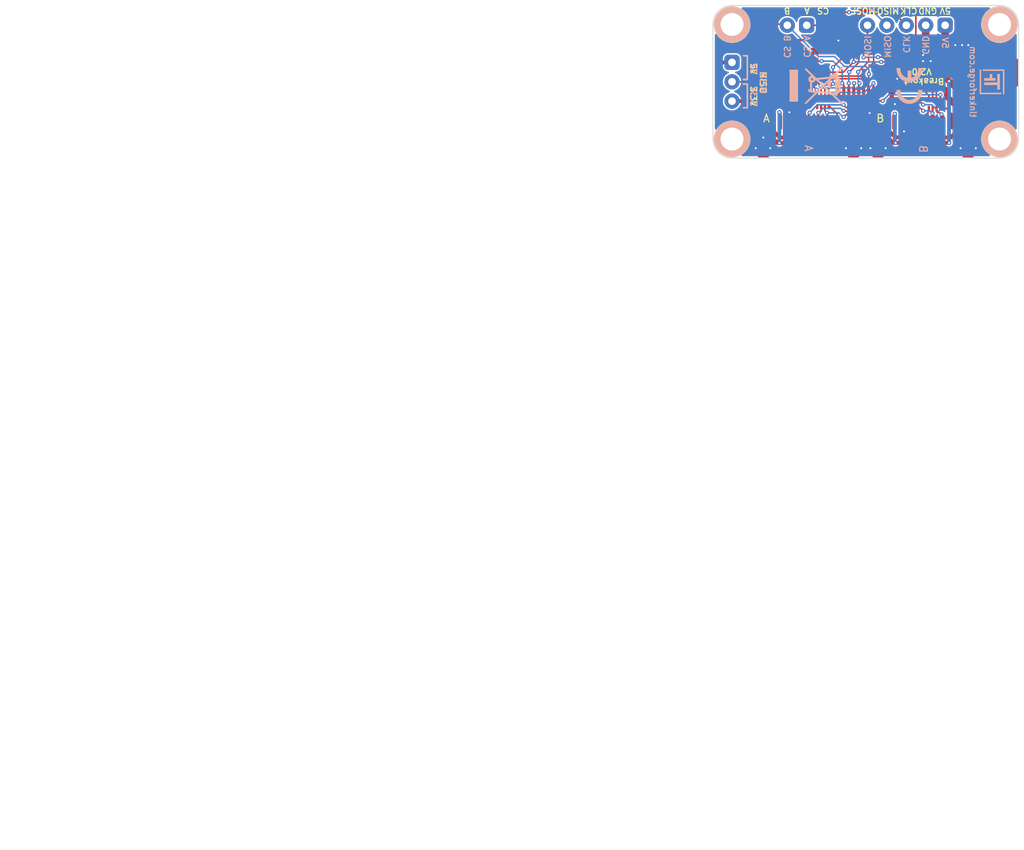
<source format=kicad_pcb>
(kicad_pcb (version 20171130) (host pcbnew 5.1.6-c6e7f7d~86~ubuntu18.04.1)

  (general
    (thickness 1.6)
    (drawings 48)
    (tracks 388)
    (zones 0)
    (modules 31)
    (nets 31)
  )

  (page A4)
  (title_block
    (title "Breakout Bricklet V2")
    (date 2020-06-19)
    (rev 2.0)
    (company "Tinkerforge GmbH")
    (comment 1 "Licensed under CERN OHL v.1.1")
    (comment 2 "Copyright (©) 2020, T.Schneidermann <tim@tinkerforge.com>")
  )

  (layers
    (0 F.Cu signal)
    (31 B.Cu signal)
    (32 B.Adhes user)
    (33 F.Adhes user)
    (34 B.Paste user)
    (35 F.Paste user)
    (36 B.SilkS user)
    (37 F.SilkS user)
    (38 B.Mask user)
    (39 F.Mask user)
    (40 Dwgs.User user)
    (41 Cmts.User user)
    (42 Eco1.User user)
    (43 Eco2.User user)
    (44 Edge.Cuts user)
    (45 Margin user)
    (46 B.CrtYd user)
    (47 F.CrtYd user)
    (48 B.Fab user)
    (49 F.Fab user)
  )

  (setup
    (last_trace_width 0.25)
    (user_trace_width 0.2)
    (user_trace_width 0.3)
    (user_trace_width 0.5)
    (user_trace_width 0.8)
    (user_trace_width 1)
    (trace_clearance 0.149)
    (zone_clearance 0.2)
    (zone_45_only no)
    (trace_min 0.2)
    (via_size 0.55)
    (via_drill 0.25)
    (via_min_size 0.55)
    (via_min_drill 0.25)
    (user_via 0.55 0.25)
    (uvia_size 0.3)
    (uvia_drill 0.1)
    (uvias_allowed no)
    (uvia_min_size 0.2)
    (uvia_min_drill 0.1)
    (edge_width 0.1)
    (segment_width 0.2)
    (pcb_text_width 0.3)
    (pcb_text_size 1.5 1.5)
    (mod_edge_width 0.15)
    (mod_text_size 1 1)
    (mod_text_width 0.15)
    (pad_size 1.524 1.524)
    (pad_drill 0.762)
    (pad_to_mask_clearance 0)
    (aux_axis_origin 106.69 84.9)
    (grid_origin 106.69 84.9)
    (visible_elements FFFFFF7F)
    (pcbplotparams
      (layerselection 0x010fc_ffffffff)
      (usegerberextensions true)
      (usegerberattributes false)
      (usegerberadvancedattributes false)
      (creategerberjobfile false)
      (excludeedgelayer true)
      (linewidth 0.100000)
      (plotframeref false)
      (viasonmask false)
      (mode 1)
      (useauxorigin false)
      (hpglpennumber 1)
      (hpglpenspeed 20)
      (hpglpendiameter 15.000000)
      (psnegative false)
      (psa4output false)
      (plotreference true)
      (plotvalue true)
      (plotinvisibletext false)
      (padsonsilk false)
      (subtractmaskfromsilk false)
      (outputformat 1)
      (mirror false)
      (drillshape 0)
      (scaleselection 1)
      (outputdirectory "../../../Schreibtisch/proto/breakout_V2/"))
  )

  (net 0 "")
  (net 1 +5V)
  (net 2 GND)
  (net 3 +3.3VP)
  (net 4 "Net-(CP1-Pad4)")
  (net 5 "Net-(CP1-Pad3)")
  (net 6 "Net-(CP1-Pad2)")
  (net 7 "Net-(CP1-Pad1)")
  (net 8 "Net-(CP2-Pad1)")
  (net 9 "Net-(CP2-Pad2)")
  (net 10 "Net-(CP2-Pad3)")
  (net 11 "Net-(CP2-Pad4)")
  (net 12 "Net-(P1-Pad7)")
  (net 13 CLK)
  (net 14 MOSI)
  (net 15 MISO)
  (net 16 "Net-(P4-Pad2)")
  (net 17 "Net-(P5-Pad7)")
  (net 18 "Net-(Q1-PadS)")
  (net 19 "Net-(RP1-Pad4)")
  (net 20 "Net-(RP1-Pad3)")
  (net 21 "Net-(RP1-Pad2)")
  (net 22 "Net-(RP1-Pad1)")
  (net 23 "Net-(RP2-Pad1)")
  (net 24 "Net-(RP2-Pad2)")
  (net 25 "Net-(RP2-Pad3)")
  (net 26 "Net-(RP2-Pad4)")
  (net 27 CS_A)
  (net 28 CS_B)
  (net 29 "Net-(R5-Pad1)")
  (net 30 "Net-(R6-Pad1)")

  (net_class Default "Dies ist die voreingestellte Netzklasse."
    (clearance 0.149)
    (trace_width 0.25)
    (via_dia 0.55)
    (via_drill 0.25)
    (uvia_dia 0.3)
    (uvia_drill 0.1)
    (add_net +3.3VP)
    (add_net +5V)
    (add_net CLK)
    (add_net CS_A)
    (add_net CS_B)
    (add_net GND)
    (add_net MISO)
    (add_net MOSI)
    (add_net "Net-(CP1-Pad1)")
    (add_net "Net-(CP1-Pad2)")
    (add_net "Net-(CP1-Pad3)")
    (add_net "Net-(CP1-Pad4)")
    (add_net "Net-(CP2-Pad1)")
    (add_net "Net-(CP2-Pad2)")
    (add_net "Net-(CP2-Pad3)")
    (add_net "Net-(CP2-Pad4)")
    (add_net "Net-(P1-Pad7)")
    (add_net "Net-(P4-Pad2)")
    (add_net "Net-(P5-Pad7)")
    (add_net "Net-(Q1-PadS)")
    (add_net "Net-(R5-Pad1)")
    (add_net "Net-(R6-Pad1)")
    (add_net "Net-(RP1-Pad1)")
    (add_net "Net-(RP1-Pad2)")
    (add_net "Net-(RP1-Pad3)")
    (add_net "Net-(RP1-Pad4)")
    (add_net "Net-(RP2-Pad1)")
    (add_net "Net-(RP2-Pad2)")
    (add_net "Net-(RP2-Pad3)")
    (add_net "Net-(RP2-Pad4)")
  )

  (module kicad-libraries:SOT23GDS (layer F.Cu) (tedit 58FA4BEA) (tstamp 5EECA761)
    (at 114.74 91.55 270)
    (descr "Module CMS SOT23 Transistore EBC")
    (tags "CMS SOT")
    (path /5EF431B1)
    (attr smd)
    (fp_text reference Q1 (at -0.925 0 90) (layer F.Fab)
      (effects (font (size 0.2 0.2) (thickness 0.05)))
    )
    (fp_text value 2N7002 (at 0.775 0 90) (layer F.Fab)
      (effects (font (size 0.2 0.2) (thickness 0.05)))
    )
    (fp_line (start -1.524 0.381) (end -1.524 -0.381) (layer F.Fab) (width 0.001))
    (fp_line (start 1.524 0.381) (end -1.524 0.381) (layer F.Fab) (width 0.001))
    (fp_line (start 1.524 -0.381) (end 1.524 0.381) (layer F.Fab) (width 0.001))
    (fp_line (start -1.524 -0.381) (end 1.524 -0.381) (layer F.Fab) (width 0.001))
    (pad S smd rect (at -0.889 -1.016 270) (size 0.9144 0.9144) (layers F.Cu F.Paste F.Mask)
      (net 18 "Net-(Q1-PadS)"))
    (pad G smd rect (at 0.889 -1.016 270) (size 0.9144 0.9144) (layers F.Cu F.Paste F.Mask)
      (net 3 +3.3VP))
    (pad D smd rect (at 0 1.016 270) (size 0.9144 0.9144) (layers F.Cu F.Paste F.Mask)
      (net 15 MISO))
    (model Housing_SOT_SOD/SOT-23.wrl
      (at (xyz 0 0 0))
      (scale (xyz 1 1 1))
      (rotate (xyz 0 0 180))
    )
  )

  (module kicad-libraries:R0603F (layer F.Cu) (tedit 58F5DD02) (tstamp 5EECA76B)
    (at 112.3 90.8 90)
    (path /5EF56D8C)
    (attr smd)
    (fp_text reference R1 (at 0.05 0.225 90) (layer F.Fab)
      (effects (font (size 0.2 0.2) (thickness 0.05)))
    )
    (fp_text value 10k (at 0.05 -0.375 90) (layer F.Fab)
      (effects (font (size 0.2 0.2) (thickness 0.05)))
    )
    (fp_line (start -1.45034 0.65024) (end -1.45034 -0.65024) (layer F.Fab) (width 0.001))
    (fp_line (start 1.45034 0.65024) (end -1.45034 0.65024) (layer F.Fab) (width 0.001))
    (fp_line (start 1.45034 -0.65024) (end 1.45034 0.65024) (layer F.Fab) (width 0.001))
    (fp_line (start -1.45034 -0.65024) (end 1.45034 -0.65024) (layer F.Fab) (width 0.001))
    (pad 1 smd rect (at -0.75 0 90) (size 0.9 0.9) (layers F.Cu F.Paste F.Mask)
      (net 16 "Net-(P4-Pad2)"))
    (pad 2 smd rect (at 0.75 0 90) (size 0.9 0.9) (layers F.Cu F.Paste F.Mask)
      (net 15 MISO))
    (model Resistors_SMD/R_0603.wrl
      (at (xyz 0 0 0))
      (scale (xyz 1 1 1))
      (rotate (xyz 0 0 0))
    )
  )

  (module kicad-libraries:R0603F (layer F.Cu) (tedit 58F5DD02) (tstamp 5EECA775)
    (at 117.14 91.55 90)
    (path /5EF56A4E)
    (attr smd)
    (fp_text reference R2 (at 0.05 0.225 90) (layer F.Fab)
      (effects (font (size 0.2 0.2) (thickness 0.05)))
    )
    (fp_text value 10k (at 0.05 -0.375 90) (layer F.Fab)
      (effects (font (size 0.2 0.2) (thickness 0.05)))
    )
    (fp_line (start -1.45034 -0.65024) (end 1.45034 -0.65024) (layer F.Fab) (width 0.001))
    (fp_line (start 1.45034 -0.65024) (end 1.45034 0.65024) (layer F.Fab) (width 0.001))
    (fp_line (start 1.45034 0.65024) (end -1.45034 0.65024) (layer F.Fab) (width 0.001))
    (fp_line (start -1.45034 0.65024) (end -1.45034 -0.65024) (layer F.Fab) (width 0.001))
    (pad 2 smd rect (at 0.75 0 90) (size 0.9 0.9) (layers F.Cu F.Paste F.Mask)
      (net 18 "Net-(Q1-PadS)"))
    (pad 1 smd rect (at -0.75 0 90) (size 0.9 0.9) (layers F.Cu F.Paste F.Mask)
      (net 3 +3.3VP))
    (model Resistors_SMD/R_0603.wrl
      (at (xyz 0 0 0))
      (scale (xyz 1 1 1))
      (rotate (xyz 0 0 0))
    )
  )

  (module kicad-libraries:CE_5mm (layer B.Cu) (tedit 5922FFD4) (tstamp 5EFD39A6)
    (at 132.4 95.4 90)
    (fp_text reference VAL (at 0 0 90) (layer B.SilkS) hide
      (effects (font (size 0.2 0.2) (thickness 0.05)) (justify mirror))
    )
    (fp_text value CE_5mm (at 0 0 90) (layer B.SilkS) hide
      (effects (font (size 0.2 0.2) (thickness 0.05)) (justify mirror))
    )
    (fp_poly (pts (xy -0.55372 -1.67132) (xy -0.5715 -1.67386) (xy -0.57912 -1.6764) (xy -0.59436 -1.6764)
      (xy -0.61214 -1.6764) (xy -0.635 -1.6764) (xy -0.65786 -1.67894) (xy -0.68326 -1.67894)
      (xy -0.70866 -1.67894) (xy -0.73406 -1.67894) (xy -0.75692 -1.67894) (xy -0.7747 -1.67894)
      (xy -0.7874 -1.67894) (xy -0.79756 -1.67894) (xy -0.80518 -1.67894) (xy -0.82042 -1.6764)
      (xy -0.83566 -1.6764) (xy -0.85598 -1.67386) (xy -0.95758 -1.66116) (xy -1.05664 -1.64338)
      (xy -1.15824 -1.62052) (xy -1.2573 -1.59004) (xy -1.35382 -1.55194) (xy -1.40462 -1.53162)
      (xy -1.49606 -1.4859) (xy -1.58496 -1.4351) (xy -1.67386 -1.37922) (xy -1.75514 -1.31826)
      (xy -1.83642 -1.24968) (xy -1.91008 -1.17856) (xy -1.9812 -1.10236) (xy -2.04724 -1.02108)
      (xy -2.1082 -0.93726) (xy -2.14884 -0.87376) (xy -2.18694 -0.80772) (xy -2.2225 -0.7366)
      (xy -2.25552 -0.66548) (xy -2.286 -0.59436) (xy -2.30886 -0.52324) (xy -2.3114 -0.51562)
      (xy -2.34188 -0.41402) (xy -2.36474 -0.30988) (xy -2.37998 -0.20574) (xy -2.39014 -0.09906)
      (xy -2.39268 0.00508) (xy -2.39014 0.11176) (xy -2.37998 0.2159) (xy -2.36474 0.31496)
      (xy -2.34188 0.41402) (xy -2.3114 0.51308) (xy -2.27838 0.6096) (xy -2.23774 0.70612)
      (xy -2.19202 0.79756) (xy -2.14122 0.88646) (xy -2.10566 0.9398) (xy -2.0447 1.02362)
      (xy -1.97866 1.1049) (xy -1.90754 1.1811) (xy -1.83388 1.25222) (xy -1.7526 1.31826)
      (xy -1.66878 1.38176) (xy -1.58242 1.43764) (xy -1.49098 1.48844) (xy -1.397 1.53416)
      (xy -1.30048 1.5748) (xy -1.20142 1.60782) (xy -1.19888 1.60782) (xy -1.10998 1.63322)
      (xy -1.016 1.651) (xy -0.92202 1.66624) (xy -0.8255 1.6764) (xy -0.73152 1.67894)
      (xy -0.64008 1.67894) (xy -0.58166 1.67386) (xy -0.55372 1.67386) (xy -0.55372 1.4097)
      (xy -0.55372 1.14808) (xy -0.56134 1.15062) (xy -0.57658 1.15316) (xy -0.5969 1.1557)
      (xy -0.6223 1.15824) (xy -0.65024 1.15824) (xy -0.68072 1.15824) (xy -0.71374 1.15824)
      (xy -0.74676 1.15824) (xy -0.77724 1.15824) (xy -0.80772 1.1557) (xy -0.83312 1.15316)
      (xy -0.8509 1.15062) (xy -0.9398 1.13538) (xy -1.02616 1.11506) (xy -1.10998 1.08712)
      (xy -1.19126 1.0541) (xy -1.27 1.01346) (xy -1.34366 0.97028) (xy -1.41478 0.91948)
      (xy -1.48336 0.86106) (xy -1.524 0.82296) (xy -1.58496 0.75692) (xy -1.64084 0.68834)
      (xy -1.6891 0.61468) (xy -1.73228 0.54102) (xy -1.77038 0.46228) (xy -1.8034 0.381)
      (xy -1.8288 0.29718) (xy -1.84658 0.21082) (xy -1.85928 0.12192) (xy -1.86182 0.09906)
      (xy -1.86436 0.0762) (xy -1.86436 0.04572) (xy -1.86436 0.0127) (xy -1.86436 -0.02286)
      (xy -1.86436 -0.05842) (xy -1.86182 -0.09144) (xy -1.85928 -0.12192) (xy -1.85674 -0.14986)
      (xy -1.85674 -0.16256) (xy -1.8415 -0.24384) (xy -1.82118 -0.32258) (xy -1.79578 -0.39878)
      (xy -1.7653 -0.47498) (xy -1.75006 -0.50292) (xy -1.71196 -0.57658) (xy -1.67132 -0.64516)
      (xy -1.62306 -0.70866) (xy -1.57226 -0.77216) (xy -1.524 -0.82296) (xy -1.4605 -0.88138)
      (xy -1.39192 -0.93726) (xy -1.31826 -0.98552) (xy -1.2446 -1.0287) (xy -1.16332 -1.0668)
      (xy -1.08204 -1.09728) (xy -0.99822 -1.12268) (xy -0.90932 -1.143) (xy -0.87122 -1.14808)
      (xy -0.85344 -1.15062) (xy -0.8382 -1.15316) (xy -0.8255 -1.1557) (xy -0.81026 -1.1557)
      (xy -0.79502 -1.1557) (xy -0.77724 -1.15824) (xy -0.75692 -1.15824) (xy -0.72898 -1.15824)
      (xy -0.70612 -1.15824) (xy -0.67818 -1.15824) (xy -0.65278 -1.15824) (xy -0.62738 -1.1557)
      (xy -0.60706 -1.1557) (xy -0.59182 -1.1557) (xy -0.57912 -1.15316) (xy -0.56642 -1.15316)
      (xy -0.5588 -1.15062) (xy -0.55626 -1.15062) (xy -0.55626 -1.15316) (xy -0.55626 -1.16332)
      (xy -0.55626 -1.17856) (xy -0.55626 -1.19888) (xy -0.55626 -1.22428) (xy -0.55372 -1.25476)
      (xy -0.55372 -1.28778) (xy -0.55372 -1.32334) (xy -0.55372 -1.36144) (xy -0.55372 -1.40208)
      (xy -0.55372 -1.41224) (xy -0.55372 -1.67132)) (layer B.SilkS) (width 0.00254))
    (fp_poly (pts (xy 2.3114 -1.67132) (xy 2.30124 -1.67132) (xy 2.28854 -1.67386) (xy 2.26822 -1.6764)
      (xy 2.24282 -1.6764) (xy 2.21742 -1.67894) (xy 2.18694 -1.67894) (xy 2.15646 -1.67894)
      (xy 2.12852 -1.67894) (xy 2.10058 -1.67894) (xy 2.07518 -1.67894) (xy 2.05232 -1.67894)
      (xy 2.04978 -1.67894) (xy 1.96088 -1.67132) (xy 1.87706 -1.66116) (xy 1.79578 -1.64592)
      (xy 1.7145 -1.6256) (xy 1.65862 -1.61036) (xy 1.55956 -1.57988) (xy 1.46304 -1.53924)
      (xy 1.36906 -1.49606) (xy 1.27762 -1.44526) (xy 1.18872 -1.38938) (xy 1.1049 -1.32588)
      (xy 1.02362 -1.25984) (xy 0.94742 -1.18872) (xy 0.8763 -1.11252) (xy 0.81026 -1.03378)
      (xy 0.762 -0.96774) (xy 0.70358 -0.87884) (xy 0.65024 -0.78994) (xy 0.60452 -0.69596)
      (xy 0.56642 -0.60198) (xy 0.53086 -0.50546) (xy 0.50546 -0.4064) (xy 0.4826 -0.30734)
      (xy 0.46736 -0.20828) (xy 0.4572 -0.10668) (xy 0.45466 -0.00508) (xy 0.4572 0.09398)
      (xy 0.46482 0.19558) (xy 0.48006 0.29464) (xy 0.50038 0.39624) (xy 0.52832 0.49276)
      (xy 0.56134 0.58928) (xy 0.59944 0.68326) (xy 0.64516 0.77724) (xy 0.69596 0.86868)
      (xy 0.75184 0.95504) (xy 0.79248 1.01092) (xy 0.85852 1.0922) (xy 0.9271 1.1684)
      (xy 1.0033 1.24206) (xy 1.08204 1.31064) (xy 1.16332 1.3716) (xy 1.24968 1.42748)
      (xy 1.33858 1.48082) (xy 1.43256 1.52654) (xy 1.52654 1.56718) (xy 1.6256 1.6002)
      (xy 1.72466 1.62814) (xy 1.82626 1.651) (xy 1.9304 1.66878) (xy 2.03454 1.6764)
      (xy 2.13614 1.68148) (xy 2.15392 1.68148) (xy 2.17424 1.67894) (xy 2.19964 1.67894)
      (xy 2.2225 1.67894) (xy 2.24536 1.6764) (xy 2.26568 1.67386) (xy 2.28346 1.67386)
      (xy 2.29616 1.67132) (xy 2.2987 1.67132) (xy 2.30886 1.67132) (xy 2.30886 1.40208)
      (xy 2.30886 1.13538) (xy 2.29108 1.13792) (xy 2.2352 1.143) (xy 2.17678 1.14554)
      (xy 2.11836 1.14554) (xy 2.06248 1.143) (xy 2.00914 1.13792) (xy 2.0066 1.13792)
      (xy 1.9177 1.12268) (xy 1.83134 1.10236) (xy 1.74752 1.07442) (xy 1.66878 1.0414)
      (xy 1.59004 1.0033) (xy 1.51638 0.95758) (xy 1.44526 0.90932) (xy 1.37668 0.85344)
      (xy 1.31318 0.79248) (xy 1.25476 0.72644) (xy 1.21158 0.67056) (xy 1.16586 0.60452)
      (xy 1.12268 0.53086) (xy 1.08712 0.4572) (xy 1.0541 0.37592) (xy 1.03378 0.31242)
      (xy 1.0287 0.29464) (xy 1.02616 0.28194) (xy 1.02362 0.27178) (xy 1.02108 0.2667)
      (xy 1.02362 0.2667) (xy 1.0287 0.26416) (xy 1.03378 0.26416) (xy 1.04394 0.26416)
      (xy 1.0541 0.26416) (xy 1.06934 0.26416) (xy 1.08712 0.26416) (xy 1.10998 0.26416)
      (xy 1.13538 0.26162) (xy 1.16586 0.26162) (xy 1.20142 0.26162) (xy 1.23952 0.26162)
      (xy 1.28524 0.26162) (xy 1.33604 0.26162) (xy 1.39192 0.26162) (xy 1.45542 0.26162)
      (xy 1.49352 0.26162) (xy 1.96596 0.26162) (xy 1.96596 0.01016) (xy 1.96596 -0.2413)
      (xy 1.48844 -0.24384) (xy 1.00838 -0.24384) (xy 1.02362 -0.29972) (xy 1.03632 -0.35052)
      (xy 1.05156 -0.39624) (xy 1.06934 -0.43942) (xy 1.08712 -0.48514) (xy 1.10998 -0.53086)
      (xy 1.11506 -0.54102) (xy 1.1557 -0.61722) (xy 1.20396 -0.68834) (xy 1.2573 -0.75692)
      (xy 1.31572 -0.82296) (xy 1.37922 -0.88138) (xy 1.44526 -0.93726) (xy 1.48082 -0.96266)
      (xy 1.55448 -1.01092) (xy 1.63068 -1.05156) (xy 1.70942 -1.08712) (xy 1.7907 -1.1176)
      (xy 1.87706 -1.143) (xy 1.96596 -1.16078) (xy 1.98374 -1.16332) (xy 2.01168 -1.16586)
      (xy 2.04216 -1.1684) (xy 2.07518 -1.17094) (xy 2.11074 -1.17094) (xy 2.1463 -1.17348)
      (xy 2.18186 -1.17348) (xy 2.21742 -1.17094) (xy 2.2479 -1.17094) (xy 2.27584 -1.1684)
      (xy 2.2987 -1.16586) (xy 2.30378 -1.16332) (xy 2.3114 -1.16332) (xy 2.3114 -1.41732)
      (xy 2.3114 -1.67132)) (layer B.SilkS) (width 0.00254))
  )

  (module kicad-libraries:WEEE_7mm (layer B.Cu) (tedit 5922FFAE) (tstamp 5EFD39B5)
    (at 120.29 95.4 90)
    (fp_text reference VAL (at 0 0 90) (layer B.SilkS) hide
      (effects (font (size 0.2 0.2) (thickness 0.05)) (justify mirror))
    )
    (fp_text value WEEE_7mm (at 0.75 0 90) (layer B.SilkS) hide
      (effects (font (size 0.2 0.2) (thickness 0.05)) (justify mirror))
    )
    (fp_poly (pts (xy 2.032 -3.527778) (xy -0.014111 -3.527778) (xy -2.060222 -3.527778) (xy -2.060222 -3.019778)
      (xy -2.060222 -2.511778) (xy -0.014111 -2.511778) (xy 2.032 -2.511778) (xy 2.032 -3.019778)
      (xy 2.032 -3.527778)) (layer B.SilkS) (width 0.1))
    (fp_poly (pts (xy 2.482863 3.409859) (xy 2.480804 3.376179) (xy 2.471206 3.341837) (xy 2.44964 3.301407)
      (xy 2.411675 3.249463) (xy 2.352883 3.180577) (xy 2.268835 3.089322) (xy 2.155101 2.970274)
      (xy 2.007251 2.818004) (xy 1.961444 2.771041) (xy 1.439333 2.23603) (xy 1.439333 1.978793)
      (xy 1.439333 1.721555) (xy 1.298222 1.721555) (xy 1.298222 1.994947) (xy 1.298222 2.099005)
      (xy 1.213555 2.017889) (xy 1.160676 1.962169) (xy 1.131131 1.921219) (xy 1.128889 1.913831)
      (xy 1.153434 1.897717) (xy 1.212566 1.89089) (xy 1.213555 1.890889) (xy 1.269418 1.895963)
      (xy 1.29309 1.922356) (xy 1.298206 1.986828) (xy 1.298222 1.994947) (xy 1.298222 1.721555)
      (xy 1.28539 1.721555) (xy 1.241376 1.723224) (xy 1.205837 1.724651) (xy 1.177386 1.720468)
      (xy 1.154636 1.705309) (xy 1.136199 1.673804) (xy 1.120687 1.620585) (xy 1.106713 1.540286)
      (xy 1.092889 1.427539) (xy 1.077827 1.276974) (xy 1.060141 1.083225) (xy 1.038443 0.840924)
      (xy 1.028031 0.725936) (xy 1.016 0.593851) (xy 1.016 2.342444) (xy 1.016 2.427111)
      (xy 0.964919 2.427111) (xy 0.964919 2.654131) (xy 0.96044 2.665934) (xy 0.910629 2.701752)
      (xy 0.825292 2.742703) (xy 0.723934 2.781372) (xy 0.626061 2.810345) (xy 0.551179 2.822208)
      (xy 0.549274 2.822222) (xy 0.494484 2.808563) (xy 0.479778 2.765778) (xy 0.476666 2.742735)
      (xy 0.461334 2.726991) (xy 0.424786 2.717163) (xy 0.358027 2.711867) (xy 0.252063 2.709719)
      (xy 0.239909 2.709686) (xy 0.239909 2.892647) (xy 0.233665 2.897338) (xy 0.218722 2.899226)
      (xy 0.112749 2.903792) (xy 0.007055 2.899226) (xy -0.017767 2.894178) (xy 0.007962 2.890336)
      (xy 0.078354 2.888317) (xy 0.112889 2.888155) (xy 0.197687 2.889381) (xy 0.239909 2.892647)
      (xy 0.239909 2.709686) (xy 0.112889 2.709333) (xy -0.254 2.709333) (xy -0.254 2.782537)
      (xy -0.256796 2.824575) (xy -0.274517 2.843911) (xy -0.321168 2.845575) (xy -0.402167 2.835755)
      (xy -0.502773 2.820747) (xy -0.559752 2.80431) (xy -0.585498 2.778111) (xy -0.592403 2.733815)
      (xy -0.592667 2.707668) (xy -0.592667 2.624667) (xy 0.201011 2.624667) (xy 0.434757 2.624964)
      (xy 0.617649 2.62606) (xy 0.755277 2.628256) (xy 0.853229 2.631858) (xy 0.917094 2.637169)
      (xy 0.952461 2.644492) (xy 0.964919 2.654131) (xy 0.964919 2.427111) (xy 0.026103 2.427111)
      (xy -0.874889 2.427111) (xy -0.874889 2.652889) (xy -0.884518 2.680377) (xy -0.887335 2.681111)
      (xy -0.91143 2.661335) (xy -0.917222 2.652889) (xy -0.914985 2.626883) (xy -0.904777 2.624667)
      (xy -0.876038 2.645153) (xy -0.874889 2.652889) (xy -0.874889 2.427111) (xy -0.963793 2.427111)
      (xy -0.943537 2.166055) (xy -0.938094 2.087369) (xy -0.932714 2.024235) (xy -0.92321 1.970393)
      (xy -0.905395 1.919583) (xy -0.875081 1.865545) (xy -0.828081 1.802019) (xy -0.760208 1.722746)
      (xy -0.667273 1.621464) (xy -0.54509 1.491915) (xy -0.389471 1.327837) (xy -0.366889 1.303985)
      (xy -0.042333 0.961041) (xy 0.205281 1.207243) (xy 0.452896 1.453444) (xy 0.099448 1.461343)
      (xy -0.254 1.469242) (xy -0.254 1.623621) (xy -0.254 1.778) (xy 0.183444 1.778)
      (xy 0.620889 1.778) (xy 0.620889 1.701353) (xy 0.622969 1.664993) (xy 0.634687 1.65375)
      (xy 0.664256 1.671682) (xy 0.719893 1.722845) (xy 0.776111 1.778) (xy 0.854414 1.857186)
      (xy 0.900636 1.914327) (xy 0.92323 1.966659) (xy 0.930646 2.031417) (xy 0.931333 2.094536)
      (xy 0.934803 2.190842) (xy 0.947055 2.241675) (xy 0.97085 2.257681) (xy 0.973667 2.257778)
      (xy 1.007275 2.28302) (xy 1.016 2.342444) (xy 1.016 0.593851) (xy 0.954054 -0.086239)
      (xy 1.34486 -0.498024) (xy 1.555216 -0.719617) (xy 1.729916 -0.903769) (xy 1.872041 -1.054091)
      (xy 1.984676 -1.174196) (xy 2.070901 -1.267694) (xy 2.133801 -1.338196) (xy 2.176457 -1.389314)
      (xy 2.201952 -1.424658) (xy 2.21337 -1.447841) (xy 2.213792 -1.462473) (xy 2.206301 -1.472165)
      (xy 2.19398 -1.480529) (xy 2.187398 -1.485028) (xy 2.139541 -1.515553) (xy 2.118022 -1.524)
      (xy 2.094879 -1.504317) (xy 2.039069 -1.449218) (xy 1.956356 -1.364626) (xy 1.852504 -1.256463)
      (xy 1.733278 -1.130652) (xy 1.678916 -1.072812) (xy 1.255889 -0.621625) (xy 1.239947 -0.712979)
      (xy 1.197516 -0.849251) (xy 1.119827 -0.950313) (xy 1.079557 -0.982306) (xy 1.017977 -1.011638)
      (xy 1.017977 -0.632978) (xy 0.995676 -0.556992) (xy 0.945013 -0.49721) (xy 0.945013 1.715394)
      (xy 0.94482 1.716067) (xy 0.923395 1.700567) (xy 0.870211 1.651048) (xy 0.792165 1.57462)
      (xy 0.696154 1.478392) (xy 0.589075 1.369476) (xy 0.477826 1.254981) (xy 0.369303 1.142017)
      (xy 0.270405 1.037695) (xy 0.188029 0.949124) (xy 0.129071 0.883415) (xy 0.100429 0.847678)
      (xy 0.098778 0.843916) (xy 0.117043 0.81413) (xy 0.166773 0.753937) (xy 0.240369 0.67125)
      (xy 0.330231 0.573984) (xy 0.42876 0.470051) (xy 0.528358 0.367365) (xy 0.621424 0.273839)
      (xy 0.70036 0.197387) (xy 0.757566 0.145921) (xy 0.785443 0.127355) (xy 0.786505 0.12776)
      (xy 0.793707 0.159396) (xy 0.805121 0.239895) (xy 0.819901 0.361901) (xy 0.837205 0.51806)
      (xy 0.856186 0.701015) (xy 0.876002 0.903411) (xy 0.878183 0.926402) (xy 0.897143 1.129855)
      (xy 0.913788 1.314176) (xy 0.927509 1.472128) (xy 0.937694 1.596473) (xy 0.943732 1.679974)
      (xy 0.945013 1.715394) (xy 0.945013 -0.49721) (xy 0.944024 -0.496043) (xy 0.871243 -0.460602)
      (xy 0.785555 -0.461141) (xy 0.764432 -0.470982) (xy 0.764432 -0.168896) (xy 0.745079 -0.120107)
      (xy 0.697438 -0.051745) (xy 0.618576 0.041481) (xy 0.505557 0.164861) (xy 0.374559 0.303585)
      (xy -0.041854 0.741711) (xy -0.132242 0.647751) (xy -0.132242 0.841738) (xy -0.508984 1.238599)
      (xy -0.625421 1.36067) (xy -0.727784 1.466874) (xy -0.810087 1.55109) (xy -0.866341 1.607198)
      (xy -0.89056 1.629078) (xy -0.891025 1.629119) (xy -0.890844 1.599805) (xy -0.886195 1.523686)
      (xy -0.877886 1.410152) (xy -0.866727 1.268597) (xy -0.853528 1.108412) (xy -0.839099 0.938988)
      (xy -0.824249 0.769717) (xy -0.809789 0.60999) (xy -0.796527 0.4692) (xy -0.785274 0.356738)
      (xy -0.776839 0.281995) (xy -0.772591 0.25543) (xy -0.74805 0.256656) (xy -0.687291 0.300651)
      (xy -0.590212 0.387499) (xy -0.456711 0.517286) (xy -0.445848 0.528132) (xy -0.132242 0.841738)
      (xy -0.132242 0.647751) (xy -0.403136 0.366149) (xy -0.532757 0.230252) (xy -0.62722 0.127772)
      (xy -0.691435 0.052372) (xy -0.730313 -0.002286) (xy -0.748765 -0.04254) (xy -0.751699 -0.074729)
      (xy -0.750572 -0.082317) (xy -0.742402 -0.14269) (xy -0.732359 -0.241951) (xy -0.722136 -0.362656)
      (xy -0.718145 -0.416278) (xy -0.699563 -0.677333) (xy -0.138115 -0.677333) (xy 0.423333 -0.677333)
      (xy 0.423333 -0.584835) (xy 0.449981 -0.463491) (xy 0.523642 -0.355175) (xy 0.63489 -0.272054)
      (xy 0.682126 -0.250719) (xy 0.73002 -0.228911) (xy 0.758434 -0.2034) (xy 0.764432 -0.168896)
      (xy 0.764432 -0.470982) (xy 0.711835 -0.495489) (xy 0.659024 -0.562819) (xy 0.647539 -0.649049)
      (xy 0.676635 -0.735445) (xy 0.723473 -0.788174) (xy 0.784468 -0.828555) (xy 0.830825 -0.846601)
      (xy 0.832555 -0.846667) (xy 0.877213 -0.830394) (xy 0.938072 -0.790949) (xy 0.941638 -0.788174)
      (xy 1.002705 -0.713529) (xy 1.017977 -0.632978) (xy 1.017977 -1.011638) (xy 0.949842 -1.044093)
      (xy 0.810166 -1.060981) (xy 0.675259 -1.034339) (xy 0.559855 -0.965538) (xy 0.525993 -0.9308)
      (xy 0.455199 -0.846667) (xy -0.0264 -0.846667) (xy -0.508 -0.846667) (xy -0.508 -0.959556)
      (xy -0.508 -1.072445) (xy -0.649111 -1.072445) (xy -0.790222 -1.072445) (xy -0.790222 -0.975954)
      (xy -0.803072 -0.881747) (xy -0.831861 -0.799565) (xy -0.85235 -0.735143) (xy -0.871496 -0.630455)
      (xy -0.886633 -0.501661) (xy -0.8916 -0.437445) (xy -0.909702 -0.155222) (xy -1.596125 -0.853722)
      (xy -1.756866 -1.017004) (xy -1.904817 -1.166738) (xy -2.035402 -1.29834) (xy -2.144049 -1.407222)
      (xy -2.226183 -1.4888) (xy -2.277232 -1.538486) (xy -2.292741 -1.552222) (xy -2.318618 -1.535182)
      (xy -2.3368 -1.518356) (xy -2.366614 -1.474736) (xy -2.370667 -1.458297) (xy -2.351653 -1.432751)
      (xy -2.297528 -1.371534) (xy -2.212667 -1.27931) (xy -2.101445 -1.160741) (xy -1.968236 -1.020491)
      (xy -1.817416 -0.863223) (xy -1.653359 -0.693601) (xy -1.649999 -0.690141) (xy -0.929331 0.051823)
      (xy -1.000888 0.874398) (xy -1.019193 1.08713) (xy -1.035769 1.284177) (xy -1.049992 1.457782)
      (xy -1.061239 1.600189) (xy -1.068889 1.70364) (xy -1.072318 1.760379) (xy -1.072445 1.765937)
      (xy -1.083169 1.796856) (xy -1.117145 1.848518) (xy -1.177081 1.924038) (xy -1.265681 2.026535)
      (xy -1.385653 2.159123) (xy -1.539703 2.324921) (xy -1.730537 2.527044) (xy -1.763174 2.561396)
      (xy -1.94576 2.753708) (xy -2.093058 2.909847) (xy -2.208848 3.034377) (xy -2.296909 3.131865)
      (xy -2.361021 3.206878) (xy -2.404962 3.263981) (xy -2.432513 3.30774) (xy -2.447452 3.342721)
      (xy -2.453559 3.373491) (xy -2.454619 3.396775) (xy -2.455333 3.505661) (xy -2.136329 3.170998)
      (xy -2.000627 3.028421) (xy -1.842494 2.861938) (xy -1.678217 2.688716) (xy -1.524082 2.52592)
      (xy -1.466152 2.46464) (xy -1.354055 2.346541) (xy -1.256193 2.244484) (xy -1.178749 2.164831)
      (xy -1.127907 2.113947) (xy -1.109886 2.09804) (xy -1.109577 2.126426) (xy -1.113821 2.195386)
      (xy -1.12076 2.279234) (xy -1.130834 2.37523) (xy -1.143684 2.427922) (xy -1.166434 2.45028)
      (xy -1.206208 2.455276) (xy -1.217475 2.455333) (xy -1.274769 2.462802) (xy -1.295863 2.497097)
      (xy -1.298222 2.54) (xy -1.290268 2.600887) (xy -1.25796 2.622991) (xy -1.232974 2.624667)
      (xy -1.165809 2.649307) (xy -1.106569 2.707387) (xy -1.038059 2.780849) (xy -0.96015 2.840472)
      (xy -0.90268 2.886543) (xy -0.87527 2.932359) (xy -0.874889 2.936944) (xy -0.866717 2.958171)
      (xy -0.836053 2.973488) (xy -0.773676 2.98482) (xy -0.670366 2.994091) (xy -0.571902 3.000209)
      (xy -0.444753 3.009947) (xy -0.342774 3.022633) (xy -0.277341 3.036575) (xy -0.259106 3.046795)
      (xy -0.227621 3.061127) (xy -0.152899 3.071083) (xy -0.047962 3.076818) (xy 0.074164 3.078489)
      (xy 0.200456 3.076251) (xy 0.31789 3.07026) (xy 0.41344 3.060673) (xy 0.474084 3.047645)
      (xy 0.488466 3.037844) (xy 0.523084 3.012128) (xy 0.59531 2.989452) (xy 0.645346 2.980608)
      (xy 0.752526 2.955733) (xy 0.873538 2.912358) (xy 0.942299 2.880321) (xy 1.046225 2.831835)
      (xy 1.128071 2.811654) (xy 1.210866 2.814154) (xy 1.212404 2.814358) (xy 1.324381 2.811082)
      (xy 1.398504 2.765955) (xy 1.435053 2.678737) (xy 1.439333 2.621893) (xy 1.416263 2.519845)
      (xy 1.351912 2.452433) (xy 1.25357 2.427141) (xy 1.249609 2.427111) (xy 1.20332 2.41653)
      (xy 1.186549 2.373932) (xy 1.185333 2.342444) (xy 1.192841 2.282987) (xy 1.210931 2.257784)
      (xy 1.211244 2.257778) (xy 1.236778 2.277108) (xy 1.296879 2.331881) (xy 1.386564 2.417269)
      (xy 1.500846 2.528446) (xy 1.634743 2.660585) (xy 1.783269 2.808858) (xy 1.859662 2.885722)
      (xy 2.48217 3.513666) (xy 2.482863 3.409859)) (layer B.SilkS) (width 0.1))
  )

  (module kicad-libraries:Logo_31x31 (layer B.Cu) (tedit 0) (tstamp 5EECDAC1)
    (at 143.2 94.9 90)
    (fp_text reference G*** (at 0 0 270) (layer B.SilkS) hide
      (effects (font (size 1.524 1.524) (thickness 0.3)) (justify mirror))
    )
    (fp_text value LOGO (at 0.75 0 270) (layer B.SilkS) hide
      (effects (font (size 1.524 1.524) (thickness 0.3)) (justify mirror))
    )
    (fp_poly (pts (xy -1.433286 -1.42119) (xy 1.614714 -1.42119) (xy 1.614714 -1.608666) (xy -1.62681 -1.608666)
      (xy -1.62681 1.239762) (xy -1.433286 1.239762) (xy -1.433286 -1.42119)) (layer B.SilkS) (width 0.01))
    (fp_poly (pts (xy 1.614714 -1.221619) (xy 1.427238 -1.221619) (xy 1.427238 1.439334) (xy -1.62681 1.439334)
      (xy -1.62681 1.62681) (xy 1.614714 1.62681) (xy 1.614714 -1.221619)) (layer B.SilkS) (width 0.01))
    (fp_poly (pts (xy 1.016 0.701524) (xy -0.090715 0.701524) (xy -0.090715 -1.016) (xy -0.429381 -1.016)
      (xy -0.429381 0.701524) (xy -1.028096 0.701524) (xy -1.028096 1.034143) (xy 1.016 1.034143)
      (xy 1.016 0.701524)) (layer B.SilkS) (width 0.01))
    (fp_poly (pts (xy 0.483809 0.030238) (xy 1.016 0.030238) (xy 1.016 -0.27819) (xy 0.483809 -0.27819)
      (xy 0.483809 -1.016) (xy 0.145142 -1.016) (xy 0.145142 0.459619) (xy 0.483809 0.459619)
      (xy 0.483809 0.030238)) (layer B.SilkS) (width 0.01))
  )

  (module kicad-libraries:4X0402 (layer F.Cu) (tedit 590B1710) (tstamp 5EECB67C)
    (at 135.69 97.8 180)
    (path /5EEECF5E)
    (attr smd)
    (fp_text reference RP2 (at -0.025 0.25) (layer F.Fab)
      (effects (font (size 0.2 0.2) (thickness 0.05)))
    )
    (fp_text value 82 (at -0.025 -0.45) (layer F.Fab)
      (effects (font (size 0.2 0.2) (thickness 0.05)))
    )
    (fp_line (start -1.04902 -0.89916) (end -1.04902 0.89916) (layer F.Fab) (width 0.001))
    (fp_line (start -1.04902 0.89916) (end 1.04902 0.89916) (layer F.Fab) (width 0.001))
    (fp_line (start 1.04902 -0.89916) (end 1.04902 0.89916) (layer F.Fab) (width 0.001))
    (fp_line (start -1.04902 -0.89916) (end 1.04902 -0.89916) (layer F.Fab) (width 0.001))
    (pad 1 smd rect (at -0.7493 0.575) (size 0.29972 0.65) (layers F.Cu F.Paste F.Mask)
      (net 23 "Net-(RP2-Pad1)"))
    (pad 2 smd rect (at -0.24892 0.575) (size 0.29972 0.65) (layers F.Cu F.Paste F.Mask)
      (net 24 "Net-(RP2-Pad2)"))
    (pad 3 smd rect (at 0.24892 0.575) (size 0.29972 0.65) (layers F.Cu F.Paste F.Mask)
      (net 25 "Net-(RP2-Pad3)"))
    (pad 4 smd rect (at 0.7493 0.575) (size 0.29972 0.65) (layers F.Cu F.Paste F.Mask)
      (net 26 "Net-(RP2-Pad4)"))
    (pad 5 smd rect (at 0.7493 -0.575 180) (size 0.29972 0.65) (layers F.Cu F.Paste F.Mask)
      (net 8 "Net-(CP2-Pad1)"))
    (pad 6 smd rect (at 0.24892 -0.575 180) (size 0.29972 0.65) (layers F.Cu F.Paste F.Mask)
      (net 9 "Net-(CP2-Pad2)"))
    (pad 7 smd rect (at -0.24892 -0.575 180) (size 0.29972 0.65) (layers F.Cu F.Paste F.Mask)
      (net 10 "Net-(CP2-Pad3)"))
    (pad 8 smd rect (at -0.7493 -0.575 180) (size 0.29972 0.65) (layers F.Cu F.Paste F.Mask)
      (net 17 "Net-(P5-Pad7)"))
    (model Resistors_SMD/R_4x0402.wrl
      (at (xyz 0 0 0))
      (scale (xyz 1 1 1))
      (rotate (xyz 0 0 90))
    )
  )

  (module kicad-libraries:TSSOP20 (layer F.Cu) (tedit 58F77828) (tstamp 5EECC08C)
    (at 126.09 93.2 180)
    (path /5EEE13FC)
    (fp_text reference U2 (at 0 0) (layer F.Fab)
      (effects (font (size 0.3 0.3) (thickness 0.075)))
    )
    (fp_text value 74AHC244 (at -0.05 0.66) (layer F.Fab)
      (effects (font (size 0.3 0.3) (thickness 0.075)))
    )
    (fp_line (start -3.24866 1.59766) (end -2.64922 2.19964) (layer F.Fab) (width 0.001))
    (fp_line (start -3.24866 -2.19964) (end -3.24866 2.19964) (layer F.Fab) (width 0.001))
    (fp_line (start -3.24866 2.19964) (end 3.24866 2.19964) (layer F.Fab) (width 0.001))
    (fp_line (start 3.24866 -2.19964) (end 3.24866 2.19964) (layer F.Fab) (width 0.001))
    (fp_line (start -3.24866 -2.19964) (end 3.24866 -2.19964) (layer F.Fab) (width 0.001))
    (pad 1 smd rect (at -2.92354 2.84988) (size 0.39878 1.09982) (layers F.Cu F.Paste F.Mask)
      (net 27 CS_A))
    (pad 2 smd rect (at -2.2733 2.84988) (size 0.39878 1.09982) (layers F.Cu F.Paste F.Mask)
      (net 27 CS_A))
    (pad 3 smd rect (at -1.62306 2.84988) (size 0.39878 1.09982) (layers F.Cu F.Paste F.Mask)
      (net 26 "Net-(RP2-Pad4)"))
    (pad 4 smd rect (at -0.97282 2.84988) (size 0.39878 1.09982) (layers F.Cu F.Paste F.Mask)
      (net 14 MOSI))
    (pad 5 smd rect (at -0.32258 2.84988) (size 0.39878 1.09982) (layers F.Cu F.Paste F.Mask)
      (net 24 "Net-(RP2-Pad2)"))
    (pad 6 smd rect (at 0.32258 2.84988) (size 0.39878 1.09982) (layers F.Cu F.Paste F.Mask)
      (net 13 CLK))
    (pad 7 smd rect (at 0.97282 2.84988) (size 0.39878 1.09982) (layers F.Cu F.Paste F.Mask)
      (net 25 "Net-(RP2-Pad3)"))
    (pad 8 smd rect (at 1.62306 2.84988) (size 0.39878 1.09982) (layers F.Cu F.Paste F.Mask)
      (net 22 "Net-(RP1-Pad1)"))
    (pad 9 smd rect (at 2.2733 2.84988) (size 0.39878 1.09982) (layers F.Cu F.Paste F.Mask)
      (net 30 "Net-(R6-Pad1)"))
    (pad 10 smd rect (at 2.92354 2.84988) (size 0.39878 1.09982) (layers F.Cu F.Paste F.Mask)
      (net 2 GND))
    (pad 11 smd rect (at 2.92354 -2.84988 180) (size 0.39878 1.09982) (layers F.Cu F.Paste F.Mask)
      (net 23 "Net-(RP2-Pad1)"))
    (pad 12 smd rect (at 2.2733 -2.84988 180) (size 0.39878 1.09982) (layers F.Cu F.Paste F.Mask)
      (net 29 "Net-(R5-Pad1)"))
    (pad 13 smd rect (at 1.62306 -2.84988 180) (size 0.39878 1.09982) (layers F.Cu F.Paste F.Mask)
      (net 13 CLK))
    (pad 14 smd rect (at 0.97282 -2.84988 180) (size 0.39878 1.09982) (layers F.Cu F.Paste F.Mask)
      (net 20 "Net-(RP1-Pad3)"))
    (pad 15 smd rect (at 0.32258 -2.84988 180) (size 0.39878 1.09982) (layers F.Cu F.Paste F.Mask)
      (net 14 MOSI))
    (pad 16 smd rect (at -0.32258 -2.84988 180) (size 0.39878 1.09982) (layers F.Cu F.Paste F.Mask)
      (net 21 "Net-(RP1-Pad2)"))
    (pad 17 smd rect (at -0.97282 -2.84988 180) (size 0.39878 1.09982) (layers F.Cu F.Paste F.Mask)
      (net 28 CS_B))
    (pad 18 smd rect (at -1.62306 -2.84988 180) (size 0.39878 1.09982) (layers F.Cu F.Paste F.Mask)
      (net 19 "Net-(RP1-Pad4)"))
    (pad 19 smd rect (at -2.2733 -2.84988 180) (size 0.39878 1.09982) (layers F.Cu F.Paste F.Mask)
      (net 28 CS_B))
    (pad 20 smd rect (at -2.92354 -2.84988 180) (size 0.39878 1.09982) (layers F.Cu F.Paste F.Mask)
      (net 3 +3.3VP))
    (model Housing_SSOP/TSSOP-20.wrl
      (at (xyz 0 0 0))
      (scale (xyz 1 1 1))
      (rotate (xyz 90 180 180))
    )
  )

  (module kicad-libraries:C0805E (layer F.Cu) (tedit 58F5E06C) (tstamp 5EECA6CE)
    (at 136 89.9 180)
    (path /5EED2655)
    (attr smd)
    (fp_text reference C1 (at 0 0.2) (layer F.Fab)
      (effects (font (size 0.2 0.2) (thickness 0.05)))
    )
    (fp_text value 10uF (at 0 -0.4) (layer F.Fab)
      (effects (font (size 0.2 0.2) (thickness 0.05)))
    )
    (fp_line (start 1.651 -0.8001) (end -1.651 -0.8001) (layer F.Fab) (width 0.001))
    (fp_line (start 1.651 0.8001) (end 1.651 -0.8001) (layer F.Fab) (width 0.001))
    (fp_line (start -1.651 0.8001) (end 1.651 0.8001) (layer F.Fab) (width 0.001))
    (fp_line (start -1.651 -0.8001) (end -1.651 0.8001) (layer F.Fab) (width 0.001))
    (pad 1 smd rect (at -0.95 0 180) (size 1.3 1.5) (layers F.Cu F.Paste F.Mask)
      (net 1 +5V) (clearance 0.14986))
    (pad 2 smd rect (at 0.95 0 180) (size 1.3 1.5) (layers F.Cu F.Paste F.Mask)
      (net 2 GND) (clearance 0.14986))
    (model Capacitors_SMD/C_0805.wrl
      (at (xyz 0 0 0))
      (scale (xyz 1 1 1))
      (rotate (xyz 0 0 0))
    )
  )

  (module kicad-libraries:C0603F (layer F.Cu) (tedit 58F5DD02) (tstamp 5EECA6D8)
    (at 135.99 91.6 180)
    (path /5EED2BE1)
    (attr smd)
    (fp_text reference C2 (at 0.05 0.225) (layer F.Fab)
      (effects (font (size 0.2 0.2) (thickness 0.05)))
    )
    (fp_text value 1uF (at 0.05 -0.375) (layer F.Fab)
      (effects (font (size 0.2 0.2) (thickness 0.05)))
    )
    (fp_line (start -1.45034 0.65024) (end -1.45034 -0.65024) (layer F.Fab) (width 0.001))
    (fp_line (start 1.45034 0.65024) (end -1.45034 0.65024) (layer F.Fab) (width 0.001))
    (fp_line (start 1.45034 -0.65024) (end 1.45034 0.65024) (layer F.Fab) (width 0.001))
    (fp_line (start -1.45034 -0.65024) (end 1.45034 -0.65024) (layer F.Fab) (width 0.001))
    (pad 1 smd rect (at -0.75 0 180) (size 0.9 0.9) (layers F.Cu F.Paste F.Mask)
      (net 1 +5V))
    (pad 2 smd rect (at 0.75 0 180) (size 0.9 0.9) (layers F.Cu F.Paste F.Mask)
      (net 2 GND))
    (model Capacitors_SMD/C_0603.wrl
      (at (xyz 0 0 0))
      (scale (xyz 1 1 1))
      (rotate (xyz 0 0 0))
    )
  )

  (module kicad-libraries:C0805E (layer F.Cu) (tedit 58F5E06C) (tstamp 5EECA6E2)
    (at 140.09 98 180)
    (path /5EEF5DA5)
    (attr smd)
    (fp_text reference C3 (at 0 0.2) (layer F.Fab)
      (effects (font (size 0.2 0.2) (thickness 0.05)))
    )
    (fp_text value 10uF (at 0 -0.4) (layer F.Fab)
      (effects (font (size 0.2 0.2) (thickness 0.05)))
    )
    (fp_line (start -1.651 -0.8001) (end -1.651 0.8001) (layer F.Fab) (width 0.001))
    (fp_line (start -1.651 0.8001) (end 1.651 0.8001) (layer F.Fab) (width 0.001))
    (fp_line (start 1.651 0.8001) (end 1.651 -0.8001) (layer F.Fab) (width 0.001))
    (fp_line (start 1.651 -0.8001) (end -1.651 -0.8001) (layer F.Fab) (width 0.001))
    (pad 2 smd rect (at 0.95 0 180) (size 1.3 1.5) (layers F.Cu F.Paste F.Mask)
      (net 2 GND) (clearance 0.14986))
    (pad 1 smd rect (at -0.95 0 180) (size 1.3 1.5) (layers F.Cu F.Paste F.Mask)
      (net 3 +3.3VP) (clearance 0.14986))
    (model Capacitors_SMD/C_0805.wrl
      (at (xyz 0 0 0))
      (scale (xyz 1 1 1))
      (rotate (xyz 0 0 0))
    )
  )

  (module kicad-libraries:C0603F (layer F.Cu) (tedit 58F5DD02) (tstamp 5EECA6EC)
    (at 139.99 99.6 180)
    (path /5EEF6252)
    (attr smd)
    (fp_text reference C4 (at 0.05 0.225) (layer F.Fab)
      (effects (font (size 0.2 0.2) (thickness 0.05)))
    )
    (fp_text value 1uF (at 0.05 -0.375) (layer F.Fab)
      (effects (font (size 0.2 0.2) (thickness 0.05)))
    )
    (fp_line (start -1.45034 -0.65024) (end 1.45034 -0.65024) (layer F.Fab) (width 0.001))
    (fp_line (start 1.45034 -0.65024) (end 1.45034 0.65024) (layer F.Fab) (width 0.001))
    (fp_line (start 1.45034 0.65024) (end -1.45034 0.65024) (layer F.Fab) (width 0.001))
    (fp_line (start -1.45034 0.65024) (end -1.45034 -0.65024) (layer F.Fab) (width 0.001))
    (pad 2 smd rect (at 0.75 0 180) (size 0.9 0.9) (layers F.Cu F.Paste F.Mask)
      (net 2 GND))
    (pad 1 smd rect (at -0.75 0 180) (size 0.9 0.9) (layers F.Cu F.Paste F.Mask)
      (net 3 +3.3VP))
    (model Capacitors_SMD/C_0603.wrl
      (at (xyz 0 0 0))
      (scale (xyz 1 1 1))
      (rotate (xyz 0 0 0))
    )
  )

  (module kicad-libraries:4X0402 (layer F.Cu) (tedit 590B1710) (tstamp 5EECA6FC)
    (at 125.19 99 270)
    (path /5EEEE4E9)
    (attr smd)
    (fp_text reference CP1 (at -0.025 0.25 90) (layer F.Fab)
      (effects (font (size 0.2 0.2) (thickness 0.05)))
    )
    (fp_text value 220pF (at -0.025 -0.45 90) (layer F.Fab)
      (effects (font (size 0.2 0.2) (thickness 0.05)))
    )
    (fp_line (start -1.04902 -0.89916) (end 1.04902 -0.89916) (layer F.Fab) (width 0.001))
    (fp_line (start 1.04902 -0.89916) (end 1.04902 0.89916) (layer F.Fab) (width 0.001))
    (fp_line (start -1.04902 0.89916) (end 1.04902 0.89916) (layer F.Fab) (width 0.001))
    (fp_line (start -1.04902 -0.89916) (end -1.04902 0.89916) (layer F.Fab) (width 0.001))
    (pad 8 smd rect (at -0.7493 -0.575 270) (size 0.29972 0.65) (layers F.Cu F.Paste F.Mask)
      (net 2 GND))
    (pad 7 smd rect (at -0.24892 -0.575 270) (size 0.29972 0.65) (layers F.Cu F.Paste F.Mask)
      (net 2 GND))
    (pad 6 smd rect (at 0.24892 -0.575 270) (size 0.29972 0.65) (layers F.Cu F.Paste F.Mask)
      (net 2 GND))
    (pad 5 smd rect (at 0.7493 -0.575 270) (size 0.29972 0.65) (layers F.Cu F.Paste F.Mask)
      (net 2 GND))
    (pad 4 smd rect (at 0.7493 0.575 90) (size 0.29972 0.65) (layers F.Cu F.Paste F.Mask)
      (net 4 "Net-(CP1-Pad4)"))
    (pad 3 smd rect (at 0.24892 0.575 90) (size 0.29972 0.65) (layers F.Cu F.Paste F.Mask)
      (net 5 "Net-(CP1-Pad3)"))
    (pad 2 smd rect (at -0.24892 0.575 90) (size 0.29972 0.65) (layers F.Cu F.Paste F.Mask)
      (net 6 "Net-(CP1-Pad2)"))
    (pad 1 smd rect (at -0.7493 0.575 90) (size 0.29972 0.65) (layers F.Cu F.Paste F.Mask)
      (net 7 "Net-(CP1-Pad1)"))
    (model Resistors_SMD/R_4x0402.wrl
      (at (xyz 0 0 0))
      (scale (xyz 1 1 1))
      (rotate (xyz 0 0 90))
    )
  )

  (module kicad-libraries:4X0402 (layer F.Cu) (tedit 590B1710) (tstamp 5EECA70C)
    (at 132.49 97.9 90)
    (path /5EEF7004)
    (attr smd)
    (fp_text reference CP2 (at -0.025 0.25 90) (layer F.Fab)
      (effects (font (size 0.2 0.2) (thickness 0.05)))
    )
    (fp_text value 220pF (at -0.025 -0.45 90) (layer F.Fab)
      (effects (font (size 0.2 0.2) (thickness 0.05)))
    )
    (fp_line (start -1.04902 -0.89916) (end -1.04902 0.89916) (layer F.Fab) (width 0.001))
    (fp_line (start -1.04902 0.89916) (end 1.04902 0.89916) (layer F.Fab) (width 0.001))
    (fp_line (start 1.04902 -0.89916) (end 1.04902 0.89916) (layer F.Fab) (width 0.001))
    (fp_line (start -1.04902 -0.89916) (end 1.04902 -0.89916) (layer F.Fab) (width 0.001))
    (pad 1 smd rect (at -0.7493 0.575 270) (size 0.29972 0.65) (layers F.Cu F.Paste F.Mask)
      (net 8 "Net-(CP2-Pad1)"))
    (pad 2 smd rect (at -0.24892 0.575 270) (size 0.29972 0.65) (layers F.Cu F.Paste F.Mask)
      (net 9 "Net-(CP2-Pad2)"))
    (pad 3 smd rect (at 0.24892 0.575 270) (size 0.29972 0.65) (layers F.Cu F.Paste F.Mask)
      (net 10 "Net-(CP2-Pad3)"))
    (pad 4 smd rect (at 0.7493 0.575 270) (size 0.29972 0.65) (layers F.Cu F.Paste F.Mask)
      (net 11 "Net-(CP2-Pad4)"))
    (pad 5 smd rect (at 0.7493 -0.575 90) (size 0.29972 0.65) (layers F.Cu F.Paste F.Mask)
      (net 2 GND))
    (pad 6 smd rect (at 0.24892 -0.575 90) (size 0.29972 0.65) (layers F.Cu F.Paste F.Mask)
      (net 2 GND))
    (pad 7 smd rect (at -0.24892 -0.575 90) (size 0.29972 0.65) (layers F.Cu F.Paste F.Mask)
      (net 2 GND))
    (pad 8 smd rect (at -0.7493 -0.575 90) (size 0.29972 0.65) (layers F.Cu F.Paste F.Mask)
      (net 2 GND))
    (model Resistors_SMD/R_4x0402.wrl
      (at (xyz 0 0 0))
      (scale (xyz 1 1 1))
      (rotate (xyz 0 0 90))
    )
  )

  (module kicad-libraries:CON-SENSOR2 (layer F.Cu) (tedit 59030BED) (tstamp 5EECA71F)
    (at 119.19 104.8)
    (path /5B2CB98D)
    (fp_text reference P1 (at 0 -2.85) (layer F.Fab)
      (effects (font (size 0.3 0.3) (thickness 0.075)))
    )
    (fp_text value "Port A" (at 0 -1.6002) (layer F.Fab)
      (effects (font (size 0.29972 0.29972) (thickness 0.07112)))
    )
    (fp_line (start -5 -0.25) (end -4.75 -0.75) (layer F.Fab) (width 0.05))
    (fp_line (start -4.75 -0.75) (end -4.5 -0.25) (layer F.Fab) (width 0.05))
    (fp_line (start -6 -0.25) (end 6 -0.25) (layer F.Fab) (width 0.05))
    (fp_line (start 6 -0.25) (end 6 -4.3) (layer F.Fab) (width 0.05))
    (fp_line (start 6 -4.3) (end -6 -4.3) (layer F.Fab) (width 0.05))
    (fp_line (start -6 -4.3) (end -6 -0.25) (layer F.Fab) (width 0.05))
    (pad 7 smd rect (at 3.75 -4.6) (size 0.6 1.8) (layers F.Cu F.Paste F.Mask)
      (net 12 "Net-(P1-Pad7)"))
    (pad 6 smd rect (at 2.5 -4.6) (size 0.6 1.8) (layers F.Cu F.Paste F.Mask)
      (net 5 "Net-(CP1-Pad3)"))
    (pad 5 smd rect (at 1.25 -4.6) (size 0.6 1.8) (layers F.Cu F.Paste F.Mask)
      (net 6 "Net-(CP1-Pad2)"))
    (pad 4 smd rect (at 0 -4.6) (size 0.6 1.8) (layers F.Cu F.Paste F.Mask)
      (net 7 "Net-(CP1-Pad1)"))
    (pad 3 smd rect (at -1.25 -4.6) (size 0.6 1.8) (layers F.Cu F.Paste F.Mask)
      (net 3 +3.3VP))
    (pad EP smd rect (at 5.9 -1.2) (size 1.4 2.4) (layers F.Cu F.Paste F.Mask)
      (net 2 GND))
    (pad EP smd rect (at -5.9 -1.2) (size 1.4 2.4) (layers F.Cu F.Paste F.Mask)
      (net 2 GND))
    (pad 2 smd rect (at -2.5 -4.6) (size 0.6 1.8) (layers F.Cu F.Paste F.Mask)
      (net 2 GND))
    (pad 1 smd rect (at -3.75 -4.6) (size 0.6 1.8) (layers F.Cu F.Paste F.Mask)
      (net 1 +5V))
    (model Connectors_TF/BrickletConn_7pin.wrl
      (offset (xyz 0 2.539999961853027 0))
      (scale (xyz 1 1 1))
      (rotate (xyz 0 0 0))
    )
  )

  (module kicad-libraries:CON-SENSOR2 (layer F.Cu) (tedit 59030BED) (tstamp 5EECA756)
    (at 134.19 104.8)
    (path /5EEDBF6D)
    (fp_text reference P5 (at 0 -2.85) (layer F.Fab)
      (effects (font (size 0.3 0.3) (thickness 0.075)))
    )
    (fp_text value "Port B" (at 0 -1.6002) (layer F.Fab)
      (effects (font (size 0.29972 0.29972) (thickness 0.07112)))
    )
    (fp_line (start -6 -4.3) (end -6 -0.25) (layer F.Fab) (width 0.05))
    (fp_line (start 6 -4.3) (end -6 -4.3) (layer F.Fab) (width 0.05))
    (fp_line (start 6 -0.25) (end 6 -4.3) (layer F.Fab) (width 0.05))
    (fp_line (start -6 -0.25) (end 6 -0.25) (layer F.Fab) (width 0.05))
    (fp_line (start -4.75 -0.75) (end -4.5 -0.25) (layer F.Fab) (width 0.05))
    (fp_line (start -5 -0.25) (end -4.75 -0.75) (layer F.Fab) (width 0.05))
    (pad 1 smd rect (at -3.75 -4.6) (size 0.6 1.8) (layers F.Cu F.Paste F.Mask)
      (net 1 +5V))
    (pad 2 smd rect (at -2.5 -4.6) (size 0.6 1.8) (layers F.Cu F.Paste F.Mask)
      (net 2 GND))
    (pad EP smd rect (at -5.9 -1.2) (size 1.4 2.4) (layers F.Cu F.Paste F.Mask)
      (net 2 GND))
    (pad EP smd rect (at 5.9 -1.2) (size 1.4 2.4) (layers F.Cu F.Paste F.Mask)
      (net 2 GND))
    (pad 3 smd rect (at -1.25 -4.6) (size 0.6 1.8) (layers F.Cu F.Paste F.Mask)
      (net 3 +3.3VP))
    (pad 4 smd rect (at 0 -4.6) (size 0.6 1.8) (layers F.Cu F.Paste F.Mask)
      (net 8 "Net-(CP2-Pad1)"))
    (pad 5 smd rect (at 1.25 -4.6) (size 0.6 1.8) (layers F.Cu F.Paste F.Mask)
      (net 9 "Net-(CP2-Pad2)"))
    (pad 6 smd rect (at 2.5 -4.6) (size 0.6 1.8) (layers F.Cu F.Paste F.Mask)
      (net 10 "Net-(CP2-Pad3)"))
    (pad 7 smd rect (at 3.75 -4.6) (size 0.6 1.8) (layers F.Cu F.Paste F.Mask)
      (net 17 "Net-(P5-Pad7)"))
    (model Connectors_TF/BrickletConn_7pin.wrl
      (offset (xyz 0 2.539999961853027 0))
      (scale (xyz 1 1 1))
      (rotate (xyz 0 0 0))
    )
  )

  (module kicad-libraries:4X0402 (layer F.Cu) (tedit 590B1710) (tstamp 5EECA785)
    (at 121.09 97.6 180)
    (path /5EEE321B)
    (attr smd)
    (fp_text reference RP1 (at -0.025 0.25) (layer F.Fab)
      (effects (font (size 0.2 0.2) (thickness 0.05)))
    )
    (fp_text value 82 (at -0.025 -0.45) (layer F.Fab)
      (effects (font (size 0.2 0.2) (thickness 0.05)))
    )
    (fp_line (start -1.04902 -0.89916) (end 1.04902 -0.89916) (layer F.Fab) (width 0.001))
    (fp_line (start 1.04902 -0.89916) (end 1.04902 0.89916) (layer F.Fab) (width 0.001))
    (fp_line (start -1.04902 0.89916) (end 1.04902 0.89916) (layer F.Fab) (width 0.001))
    (fp_line (start -1.04902 -0.89916) (end -1.04902 0.89916) (layer F.Fab) (width 0.001))
    (pad 8 smd rect (at -0.7493 -0.575 180) (size 0.29972 0.65) (layers F.Cu F.Paste F.Mask)
      (net 12 "Net-(P1-Pad7)"))
    (pad 7 smd rect (at -0.24892 -0.575 180) (size 0.29972 0.65) (layers F.Cu F.Paste F.Mask)
      (net 5 "Net-(CP1-Pad3)"))
    (pad 6 smd rect (at 0.24892 -0.575 180) (size 0.29972 0.65) (layers F.Cu F.Paste F.Mask)
      (net 6 "Net-(CP1-Pad2)"))
    (pad 5 smd rect (at 0.7493 -0.575 180) (size 0.29972 0.65) (layers F.Cu F.Paste F.Mask)
      (net 7 "Net-(CP1-Pad1)"))
    (pad 4 smd rect (at 0.7493 0.575) (size 0.29972 0.65) (layers F.Cu F.Paste F.Mask)
      (net 19 "Net-(RP1-Pad4)"))
    (pad 3 smd rect (at 0.24892 0.575) (size 0.29972 0.65) (layers F.Cu F.Paste F.Mask)
      (net 20 "Net-(RP1-Pad3)"))
    (pad 2 smd rect (at -0.24892 0.575) (size 0.29972 0.65) (layers F.Cu F.Paste F.Mask)
      (net 21 "Net-(RP1-Pad2)"))
    (pad 1 smd rect (at -0.7493 0.575) (size 0.29972 0.65) (layers F.Cu F.Paste F.Mask)
      (net 22 "Net-(RP1-Pad1)"))
    (model Resistors_SMD/R_4x0402.wrl
      (at (xyz 0 0 0))
      (scale (xyz 1 1 1))
      (rotate (xyz 0 0 90))
    )
  )

  (module kicad-libraries:DRILL_NP (layer F.Cu) (tedit 530C7871) (tstamp 5EECA7D8)
    (at 144.19 102.4)
    (path /4C692B9A)
    (fp_text reference U3 (at 0 0) (layer F.SilkS) hide
      (effects (font (size 0.29972 0.29972) (thickness 0.0762)))
    )
    (fp_text value DRILL (at 0 0.50038) (layer F.SilkS) hide
      (effects (font (size 0.29972 0.29972) (thickness 0.0762)))
    )
    (fp_circle (center 0 0) (end 2.19964 0) (layer B.SilkS) (width 0.381))
    (fp_circle (center 0 0) (end 1.89992 0) (layer B.SilkS) (width 0.381))
    (fp_circle (center 0 0) (end 1.69926 0) (layer B.SilkS) (width 0.381))
    (fp_circle (center 0 0) (end 1.39954 0) (layer F.SilkS) (width 0.381))
    (fp_circle (center 0 0) (end 1.39954 -0.09906) (layer B.SilkS) (width 0.381))
    (fp_circle (center 0 0) (end 1.69926 0) (layer F.SilkS) (width 0.381))
    (fp_circle (center 0 0) (end 1.99898 -0.20066) (layer F.SilkS) (width 0.381))
    (fp_circle (center 0 0) (end 2.19964 -0.20066) (layer F.SilkS) (width 0.381))
    (fp_circle (center 0 0) (end 3.2 0) (layer Eco2.User) (width 0.01))
    (pad "" np_thru_hole circle (at 0 0) (size 2.99974 2.99974) (drill 2.99974) (layers *.Cu *.Mask F.SilkS)
      (clearance 0.89916))
  )

  (module kicad-libraries:DRILL_NP (layer F.Cu) (tedit 530C7871) (tstamp 5EECA7E6)
    (at 144.19 87.4)
    (path /4C692B9B)
    (fp_text reference U4 (at 0 0) (layer F.SilkS) hide
      (effects (font (size 0.29972 0.29972) (thickness 0.0762)))
    )
    (fp_text value DRILL (at 0 0.50038) (layer F.SilkS) hide
      (effects (font (size 0.29972 0.29972) (thickness 0.0762)))
    )
    (fp_circle (center 0 0) (end 3.2 0) (layer Eco2.User) (width 0.01))
    (fp_circle (center 0 0) (end 2.19964 -0.20066) (layer F.SilkS) (width 0.381))
    (fp_circle (center 0 0) (end 1.99898 -0.20066) (layer F.SilkS) (width 0.381))
    (fp_circle (center 0 0) (end 1.69926 0) (layer F.SilkS) (width 0.381))
    (fp_circle (center 0 0) (end 1.39954 -0.09906) (layer B.SilkS) (width 0.381))
    (fp_circle (center 0 0) (end 1.39954 0) (layer F.SilkS) (width 0.381))
    (fp_circle (center 0 0) (end 1.69926 0) (layer B.SilkS) (width 0.381))
    (fp_circle (center 0 0) (end 1.89992 0) (layer B.SilkS) (width 0.381))
    (fp_circle (center 0 0) (end 2.19964 0) (layer B.SilkS) (width 0.381))
    (pad "" np_thru_hole circle (at 0 0) (size 2.99974 2.99974) (drill 2.99974) (layers *.Cu *.Mask F.SilkS)
      (clearance 0.89916))
  )

  (module kicad-libraries:DRILL_NP (layer F.Cu) (tedit 530C7871) (tstamp 5EECA7F4)
    (at 109.19 102.4)
    (path /4C692B98)
    (fp_text reference U5 (at 0 0) (layer F.SilkS) hide
      (effects (font (size 0.29972 0.29972) (thickness 0.0762)))
    )
    (fp_text value DRILL (at 0 0.50038) (layer F.SilkS) hide
      (effects (font (size 0.29972 0.29972) (thickness 0.0762)))
    )
    (fp_circle (center 0 0) (end 2.19964 0) (layer B.SilkS) (width 0.381))
    (fp_circle (center 0 0) (end 1.89992 0) (layer B.SilkS) (width 0.381))
    (fp_circle (center 0 0) (end 1.69926 0) (layer B.SilkS) (width 0.381))
    (fp_circle (center 0 0) (end 1.39954 0) (layer F.SilkS) (width 0.381))
    (fp_circle (center 0 0) (end 1.39954 -0.09906) (layer B.SilkS) (width 0.381))
    (fp_circle (center 0 0) (end 1.69926 0) (layer F.SilkS) (width 0.381))
    (fp_circle (center 0 0) (end 1.99898 -0.20066) (layer F.SilkS) (width 0.381))
    (fp_circle (center 0 0) (end 2.19964 -0.20066) (layer F.SilkS) (width 0.381))
    (fp_circle (center 0 0) (end 3.2 0) (layer Eco2.User) (width 0.01))
    (pad "" np_thru_hole circle (at 0 0) (size 2.99974 2.99974) (drill 2.99974) (layers *.Cu *.Mask F.SilkS)
      (clearance 0.89916))
  )

  (module kicad-libraries:DRILL_NP (layer F.Cu) (tedit 530C7871) (tstamp 5EECA802)
    (at 109.19 87.4)
    (path /4C692B94)
    (fp_text reference U6 (at 0 0) (layer F.SilkS) hide
      (effects (font (size 0.29972 0.29972) (thickness 0.0762)))
    )
    (fp_text value DRILL (at 0 0.50038) (layer F.SilkS) hide
      (effects (font (size 0.29972 0.29972) (thickness 0.0762)))
    )
    (fp_circle (center 0 0) (end 3.2 0) (layer Eco2.User) (width 0.01))
    (fp_circle (center 0 0) (end 2.19964 -0.20066) (layer F.SilkS) (width 0.381))
    (fp_circle (center 0 0) (end 1.99898 -0.20066) (layer F.SilkS) (width 0.381))
    (fp_circle (center 0 0) (end 1.69926 0) (layer F.SilkS) (width 0.381))
    (fp_circle (center 0 0) (end 1.39954 -0.09906) (layer B.SilkS) (width 0.381))
    (fp_circle (center 0 0) (end 1.39954 0) (layer F.SilkS) (width 0.381))
    (fp_circle (center 0 0) (end 1.69926 0) (layer B.SilkS) (width 0.381))
    (fp_circle (center 0 0) (end 1.89992 0) (layer B.SilkS) (width 0.381))
    (fp_circle (center 0 0) (end 2.19964 0) (layer B.SilkS) (width 0.381))
    (pad "" np_thru_hole circle (at 0 0) (size 2.99974 2.99974) (drill 2.99974) (layers *.Cu *.Mask F.SilkS)
      (clearance 0.89916))
  )

  (module kicad-libraries:C0603F (layer F.Cu) (tedit 58F5DD02) (tstamp 5EFD2811)
    (at 130.1 95.3 90)
    (path /5EFF6E44)
    (attr smd)
    (fp_text reference C5 (at 0.05 0.225 90) (layer F.Fab)
      (effects (font (size 0.2 0.2) (thickness 0.05)))
    )
    (fp_text value 100nF (at 0.05 -0.375 90) (layer F.Fab)
      (effects (font (size 0.2 0.2) (thickness 0.05)))
    )
    (fp_line (start -1.45034 0.65024) (end -1.45034 -0.65024) (layer F.Fab) (width 0.001))
    (fp_line (start 1.45034 0.65024) (end -1.45034 0.65024) (layer F.Fab) (width 0.001))
    (fp_line (start 1.45034 -0.65024) (end 1.45034 0.65024) (layer F.Fab) (width 0.001))
    (fp_line (start -1.45034 -0.65024) (end 1.45034 -0.65024) (layer F.Fab) (width 0.001))
    (pad 1 smd rect (at -0.75 0 90) (size 0.9 0.9) (layers F.Cu F.Paste F.Mask)
      (net 3 +3.3VP))
    (pad 2 smd rect (at 0.75 0 90) (size 0.9 0.9) (layers F.Cu F.Paste F.Mask)
      (net 2 GND))
    (model Capacitors_SMD/C_0603.wrl
      (at (xyz 0 0 0))
      (scale (xyz 1 1 1))
      (rotate (xyz 0 0 0))
    )
  )

  (module kicad-libraries:pin_array_1x5-P2mm_D1mm (layer F.Cu) (tedit 5EFC7BB7) (tstamp 5EFD2812)
    (at 131.99 87.5 180)
    (path /5EF436DF)
    (fp_text reference P2 (at 0 0) (layer F.Fab)
      (effects (font (size 0.2 0.2) (thickness 0.03)))
    )
    (fp_text value CONN_01X05 (at 0 1) (layer F.Fab)
      (effects (font (size 0.2 0.2) (thickness 0.03)))
    )
    (fp_line (start 6.35 1.27) (end 3.81 1.27) (layer F.Fab) (width 0.12))
    (fp_line (start 6.35 -1.27) (end 6.35 1.27) (layer F.Fab) (width 0.12))
    (fp_line (start 3.81 -1.27) (end 6.35 -1.27) (layer F.Fab) (width 0.12))
    (fp_line (start -6.35 -1.27) (end 3.81 -1.27) (layer F.Fab) (width 0.12))
    (fp_line (start 3.81 1.27) (end -6.35 1.27) (layer F.Fab) (width 0.12))
    (fp_line (start -6.35 1.27) (end -6.35 -1.27) (layer F.Fab) (width 0.12))
    (fp_line (start -6.35 -1.27) (end -3.81 -1.27) (layer F.Fab) (width 0.12))
    (fp_line (start -3.81 -1.27) (end -3.81 1.27) (layer F.Fab) (width 0.12))
    (pad 5 thru_hole circle (at 5.08 0 180) (size 2 2) (drill 1) (layers *.Cu *.Mask)
      (net 14 MOSI))
    (pad 4 thru_hole circle (at 2.54 0 180) (size 2 2) (drill 1) (layers *.Cu *.Mask)
      (net 15 MISO))
    (pad 3 thru_hole circle (at 0 0 180) (size 2 2) (drill 1) (layers *.Cu *.Mask)
      (net 13 CLK))
    (pad 2 thru_hole circle (at -2.54 0 180) (size 2 2) (drill 1) (layers *.Cu *.Mask)
      (net 2 GND))
    (pad 1 thru_hole roundrect (at -5.08 0 180) (size 2 2) (drill 1) (layers *.Cu *.Mask) (roundrect_rratio 0.25)
      (net 1 +5V))
  )

  (module kicad-libraries:pin_array_1x2-P2mm_D1mm (layer F.Cu) (tedit 5EFC78EA) (tstamp 5EFD384C)
    (at 117.69 87.5 180)
    (path /5EF47504)
    (fp_text reference P3 (at 0 0) (layer F.Fab)
      (effects (font (size 0.2 0.2) (thickness 0.03)))
    )
    (fp_text value CONN_01X02 (at 0.1 1) (layer F.Fab)
      (effects (font (size 0.2 0.2) (thickness 0.03)))
    )
    (fp_line (start 0 -1.27) (end 0 1.27) (layer F.Fab) (width 0.12))
    (fp_line (start -2.54 -1.27) (end 0 -1.27) (layer F.Fab) (width 0.12))
    (fp_line (start -2.54 1.27) (end -2.54 -1.27) (layer F.Fab) (width 0.12))
    (fp_line (start 2.54 1.27) (end -2.54 1.27) (layer F.Fab) (width 0.12))
    (fp_line (start 2.54 -1.27) (end 2.54 1.27) (layer F.Fab) (width 0.12))
    (fp_line (start -2.54 -1.27) (end 2.54 -1.27) (layer F.Fab) (width 0.12))
    (pad 1 thru_hole roundrect (at -1.27 0 180) (size 2 2) (drill 1) (layers *.Cu *.Mask) (roundrect_rratio 0.25)
      (net 27 CS_A))
    (pad 2 thru_hole circle (at 1.27 0 180) (size 2 2) (drill 1) (layers *.Cu *.Mask)
      (net 28 CS_B))
  )

  (module kicad-libraries:pin_array_1x3-P2mm_D1mm (layer F.Cu) (tedit 5EFC7BA5) (tstamp 5EFD282D)
    (at 109.19 94.9 270)
    (path /5EF1AD72)
    (fp_text reference P4 (at 0 0 90) (layer F.Fab)
      (effects (font (size 0.2 0.2) (thickness 0.03)))
    )
    (fp_text value CONN_01X03 (at 0 1 90) (layer F.Fab)
      (effects (font (size 0.2 0.2) (thickness 0.03)))
    )
    (fp_line (start -3.81 -1.27) (end 3.81 -1.27) (layer F.Fab) (width 0.12))
    (fp_line (start 3.81 -1.27) (end 3.81 1.27) (layer F.Fab) (width 0.12))
    (fp_line (start 3.81 1.27) (end -3.81 1.27) (layer F.Fab) (width 0.12))
    (fp_line (start -3.81 1.27) (end -3.81 -1.27) (layer F.Fab) (width 0.12))
    (fp_line (start -1.27 -1.27) (end -1.27 1.27) (layer F.Fab) (width 0.12))
    (pad 1 thru_hole roundrect (at -2.54 0 270) (size 2 2) (drill 1) (layers *.Cu *.Mask) (roundrect_rratio 0.25)
      (net 1 +5V))
    (pad 2 thru_hole circle (at 0 0 270) (size 2 2) (drill 1) (layers *.Cu *.Mask)
      (net 16 "Net-(P4-Pad2)"))
    (pad 3 thru_hole circle (at 2.54 0 270) (size 2 2) (drill 1) (layers *.Cu *.Mask)
      (net 3 +3.3VP))
  )

  (module kicad-libraries:R0603F (layer F.Cu) (tedit 58F5DD02) (tstamp 5EFD2841)
    (at 114.1 88.2 90)
    (path /5EFCC92D)
    (attr smd)
    (fp_text reference R3 (at 0.05 0.225 90) (layer F.Fab)
      (effects (font (size 0.2 0.2) (thickness 0.05)))
    )
    (fp_text value 10k (at 0.05 -0.375 90) (layer F.Fab)
      (effects (font (size 0.2 0.2) (thickness 0.05)))
    )
    (fp_line (start -1.45034 0.65024) (end -1.45034 -0.65024) (layer F.Fab) (width 0.001))
    (fp_line (start 1.45034 0.65024) (end -1.45034 0.65024) (layer F.Fab) (width 0.001))
    (fp_line (start 1.45034 -0.65024) (end 1.45034 0.65024) (layer F.Fab) (width 0.001))
    (fp_line (start -1.45034 -0.65024) (end 1.45034 -0.65024) (layer F.Fab) (width 0.001))
    (pad 1 smd rect (at -0.75 0 90) (size 0.9 0.9) (layers F.Cu F.Paste F.Mask)
      (net 3 +3.3VP))
    (pad 2 smd rect (at 0.75 0 90) (size 0.9 0.9) (layers F.Cu F.Paste F.Mask)
      (net 28 CS_B))
    (model Resistors_SMD/R_0603.wrl
      (at (xyz 0 0 0))
      (scale (xyz 1 1 1))
      (rotate (xyz 0 0 0))
    )
  )

  (module kicad-libraries:R0603F (layer F.Cu) (tedit 58F5DD02) (tstamp 5EFD2B9B)
    (at 121.2 88.3 90)
    (path /5EFD6D92)
    (attr smd)
    (fp_text reference R4 (at 0.05 0.225 90) (layer F.Fab)
      (effects (font (size 0.2 0.2) (thickness 0.05)))
    )
    (fp_text value 10k (at 0.05 -0.375 90) (layer F.Fab)
      (effects (font (size 0.2 0.2) (thickness 0.05)))
    )
    (fp_line (start -1.45034 -0.65024) (end 1.45034 -0.65024) (layer F.Fab) (width 0.001))
    (fp_line (start 1.45034 -0.65024) (end 1.45034 0.65024) (layer F.Fab) (width 0.001))
    (fp_line (start 1.45034 0.65024) (end -1.45034 0.65024) (layer F.Fab) (width 0.001))
    (fp_line (start -1.45034 0.65024) (end -1.45034 -0.65024) (layer F.Fab) (width 0.001))
    (pad 2 smd rect (at 0.75 0 90) (size 0.9 0.9) (layers F.Cu F.Paste F.Mask)
      (net 27 CS_A))
    (pad 1 smd rect (at -0.75 0 90) (size 0.9 0.9) (layers F.Cu F.Paste F.Mask)
      (net 3 +3.3VP))
    (model Resistors_SMD/R_0603.wrl
      (at (xyz 0 0 0))
      (scale (xyz 1 1 1))
      (rotate (xyz 0 0 0))
    )
  )

  (module kicad-libraries:R0603F (layer F.Cu) (tedit 58F5DD02) (tstamp 5EFD2855)
    (at 119.3 92.2 180)
    (path /5F0950C5)
    (attr smd)
    (fp_text reference R5 (at 0.05 0.225) (layer F.Fab)
      (effects (font (size 0.2 0.2) (thickness 0.05)))
    )
    (fp_text value 100 (at 0.05 -0.375) (layer F.Fab)
      (effects (font (size 0.2 0.2) (thickness 0.05)))
    )
    (fp_line (start -1.45034 0.65024) (end -1.45034 -0.65024) (layer F.Fab) (width 0.001))
    (fp_line (start 1.45034 0.65024) (end -1.45034 0.65024) (layer F.Fab) (width 0.001))
    (fp_line (start 1.45034 -0.65024) (end 1.45034 0.65024) (layer F.Fab) (width 0.001))
    (fp_line (start -1.45034 -0.65024) (end 1.45034 -0.65024) (layer F.Fab) (width 0.001))
    (pad 1 smd rect (at -0.75 0 180) (size 0.9 0.9) (layers F.Cu F.Paste F.Mask)
      (net 29 "Net-(R5-Pad1)"))
    (pad 2 smd rect (at 0.75 0 180) (size 0.9 0.9) (layers F.Cu F.Paste F.Mask)
      (net 18 "Net-(Q1-PadS)"))
    (model Resistors_SMD/R_0603.wrl
      (at (xyz 0 0 0))
      (scale (xyz 1 1 1))
      (rotate (xyz 0 0 0))
    )
  )

  (module kicad-libraries:R0603F (layer F.Cu) (tedit 58F5DD02) (tstamp 5EFD285F)
    (at 119.3 90.9 180)
    (path /5F098484)
    (attr smd)
    (fp_text reference R6 (at 0.05 0.225) (layer F.Fab)
      (effects (font (size 0.2 0.2) (thickness 0.05)))
    )
    (fp_text value 100 (at 0.05 -0.375) (layer F.Fab)
      (effects (font (size 0.2 0.2) (thickness 0.05)))
    )
    (fp_line (start -1.45034 -0.65024) (end 1.45034 -0.65024) (layer F.Fab) (width 0.001))
    (fp_line (start 1.45034 -0.65024) (end 1.45034 0.65024) (layer F.Fab) (width 0.001))
    (fp_line (start 1.45034 0.65024) (end -1.45034 0.65024) (layer F.Fab) (width 0.001))
    (fp_line (start -1.45034 0.65024) (end -1.45034 -0.65024) (layer F.Fab) (width 0.001))
    (pad 2 smd rect (at 0.75 0 180) (size 0.9 0.9) (layers F.Cu F.Paste F.Mask)
      (net 18 "Net-(Q1-PadS)"))
    (pad 1 smd rect (at -0.75 0 180) (size 0.9 0.9) (layers F.Cu F.Paste F.Mask)
      (net 30 "Net-(R6-Pad1)"))
    (model Resistors_SMD/R_0603.wrl
      (at (xyz 0 0 0))
      (scale (xyz 1 1 1))
      (rotate (xyz 0 0 0))
    )
  )

  (module kicad-libraries:4X0402 (layer F.Cu) (tedit 590B1710) (tstamp 5EFD286F)
    (at 118.9 94.4 270)
    (path /5F0B8086)
    (attr smd)
    (fp_text reference RP3 (at -0.025 0.25 90) (layer F.Fab)
      (effects (font (size 0.2 0.2) (thickness 0.05)))
    )
    (fp_text value 100k (at -0.025 -0.45 90) (layer F.Fab)
      (effects (font (size 0.2 0.2) (thickness 0.05)))
    )
    (fp_line (start -1.04902 -0.89916) (end -1.04902 0.89916) (layer F.Fab) (width 0.001))
    (fp_line (start -1.04902 0.89916) (end 1.04902 0.89916) (layer F.Fab) (width 0.001))
    (fp_line (start 1.04902 -0.89916) (end 1.04902 0.89916) (layer F.Fab) (width 0.001))
    (fp_line (start -1.04902 -0.89916) (end 1.04902 -0.89916) (layer F.Fab) (width 0.001))
    (pad 1 smd rect (at -0.7493 0.575 90) (size 0.29972 0.65) (layers F.Cu F.Paste F.Mask)
      (net 3 +3.3VP))
    (pad 2 smd rect (at -0.24892 0.575 90) (size 0.29972 0.65) (layers F.Cu F.Paste F.Mask)
      (net 3 +3.3VP))
    (pad 3 smd rect (at 0.24892 0.575 90) (size 0.29972 0.65) (layers F.Cu F.Paste F.Mask)
      (net 3 +3.3VP))
    (pad 4 smd rect (at 0.7493 0.575 90) (size 0.29972 0.65) (layers F.Cu F.Paste F.Mask)
      (net 3 +3.3VP))
    (pad 5 smd rect (at 0.7493 -0.575 270) (size 0.29972 0.65) (layers F.Cu F.Paste F.Mask)
      (net 19 "Net-(RP1-Pad4)"))
    (pad 6 smd rect (at 0.24892 -0.575 270) (size 0.29972 0.65) (layers F.Cu F.Paste F.Mask)
      (net 20 "Net-(RP1-Pad3)"))
    (pad 7 smd rect (at -0.24892 -0.575 270) (size 0.29972 0.65) (layers F.Cu F.Paste F.Mask)
      (net 26 "Net-(RP2-Pad4)"))
    (pad 8 smd rect (at -0.7493 -0.575 270) (size 0.29972 0.65) (layers F.Cu F.Paste F.Mask)
      (net 25 "Net-(RP2-Pad3)"))
    (model Resistors_SMD/R_4x0402.wrl
      (at (xyz 0 0 0))
      (scale (xyz 1 1 1))
      (rotate (xyz 0 0 90))
    )
  )

  (module kicad-libraries:SOT-223 (layer F.Cu) (tedit 58F76CDF) (tstamp 5EFD2887)
    (at 142.4 93.7 270)
    (path /5F045D84)
    (attr smd)
    (fp_text reference U1 (at 0 -0.94996 90) (layer F.Fab)
      (effects (font (size 0.29972 0.29972) (thickness 0.07493)))
    )
    (fp_text value LD1117 (at 0 0 90) (layer F.Fab)
      (effects (font (size 0.29972 0.29972) (thickness 0.07493)))
    )
    (fp_line (start -3.29946 1.69926) (end -3.29946 -1.69926) (layer F.Fab) (width 0.05))
    (fp_line (start 3.29946 1.69926) (end -3.29946 1.69926) (layer F.Fab) (width 0.05))
    (fp_line (start 3.29946 -1.69926) (end 3.29946 1.69926) (layer F.Fab) (width 0.05))
    (fp_line (start -3.29946 -1.69926) (end 3.29946 -1.69926) (layer F.Fab) (width 0.05))
    (fp_line (start 1.8 -4.2) (end 1.8 -1.7) (layer F.Fab) (width 0.05))
    (fp_line (start -1.8 -4.2) (end 1.8 -4.2) (layer F.Fab) (width 0.05))
    (fp_line (start -1.8 -1.7) (end -1.8 -4.2) (layer F.Fab) (width 0.05))
    (fp_line (start -1.65 4.3) (end -1.65 1.7) (layer F.Fab) (width 0.05))
    (fp_line (start -2.95 4.3) (end -1.65 4.3) (layer F.Fab) (width 0.05))
    (fp_line (start -2.95 1.7) (end -2.95 4.3) (layer F.Fab) (width 0.05))
    (fp_line (start 0.65 4.3) (end 0.65 1.7) (layer F.Fab) (width 0.05))
    (fp_line (start -0.65 4.3) (end 0.65 4.3) (layer F.Fab) (width 0.05))
    (fp_line (start -0.65 1.7) (end -0.65 4.3) (layer F.Fab) (width 0.05))
    (fp_line (start 2.95 4.3) (end 2.95 1.7) (layer F.Fab) (width 0.05))
    (fp_line (start 1.65 4.3) (end 2.95 4.3) (layer F.Fab) (width 0.05))
    (fp_line (start 1.65 1.7) (end 1.65 4.3) (layer F.Fab) (width 0.05))
    (pad 1 smd rect (at -2.30124 3.0988 270) (size 1.30048 2.4003) (layers F.Cu F.Paste F.Mask)
      (net 2 GND))
    (pad 2 smd rect (at 0 3.0988 270) (size 1.30048 2.4003) (layers F.Cu F.Paste F.Mask)
      (net 3 +3.3VP))
    (pad 3 smd rect (at 2.30124 3.0988 270) (size 1.30048 2.4003) (layers F.Cu F.Paste F.Mask)
      (net 1 +5V))
    (pad 2 smd rect (at 0 -3.0988 270) (size 3.59918 2.19964) (layers F.Cu F.Paste F.Mask)
      (net 3 +3.3VP))
    (model Housing_SOT_SOD/SOT-223.wrl
      (at (xyz 0 0 0))
      (scale (xyz 1 1 1))
      (rotate (xyz 90 180 270))
    )
  )

  (gr_text CS (at 121.1 85.6 180) (layer F.SilkS)
    (effects (font (size 0.8 0.8) (thickness 0.15)))
  )
  (gr_text "Breakout \nV2.0" (at 134 94.2 180) (layer F.SilkS)
    (effects (font (size 0.8 0.8) (thickness 0.15)))
  )
  (gr_line (start 111.19 91.5) (end 110.69 91.5) (layer B.SilkS) (width 0.2) (tstamp 5EECDCD6))
  (gr_line (start 111.19 98.3) (end 110.69 98.3) (layer B.SilkS) (width 0.2) (tstamp 5EECDCD5))
  (gr_line (start 111.19 95.2) (end 110.69 95.2) (layer B.SilkS) (width 0.2) (tstamp 5EECDCD4))
  (gr_text 3.3V (at 112 96.8 270) (layer B.SilkS) (tstamp 5EECDCD3)
    (effects (font (size 0.8 0.8) (thickness 0.15)) (justify mirror))
  )
  (gr_text MISO (at 113.24 95 270) (layer B.SilkS) (tstamp 5EECDCD2)
    (effects (font (size 0.8 0.8) (thickness 0.15)) (justify mirror))
  )
  (gr_text 5V (at 112 93.2 270) (layer B.SilkS) (tstamp 5EECDCD1)
    (effects (font (size 0.8 0.8) (thickness 0.15)) (justify mirror))
  )
  (gr_line (start 111.19 91.5) (end 111.19 94.5) (layer B.SilkS) (width 0.2) (tstamp 5EECDCD0))
  (gr_line (start 111.19 95.2) (end 111.19 98.3) (layer B.SilkS) (width 0.2) (tstamp 5EECDCCF))
  (gr_line (start 111.19 94.6) (end 110.69 94.6) (layer B.SilkS) (width 0.2) (tstamp 5EECDCCE))
  (gr_text tinkerforge.com (at 140.7 94.9 270) (layer B.SilkS)
    (effects (font (size 0.8 0.8) (thickness 0.15)) (justify mirror))
  )
  (gr_text B (at 134.19 103.7 270) (layer B.SilkS) (tstamp 5EECD4F0)
    (effects (font (size 1 1) (thickness 0.15)) (justify mirror))
  )
  (gr_text A (at 119.19 103.6 270) (layer B.SilkS) (tstamp 5EECD4D7)
    (effects (font (size 1 1) (thickness 0.15)))
  )
  (gr_text B (at 128.59 99.7) (layer F.SilkS)
    (effects (font (size 1 1) (thickness 0.15)))
  )
  (gr_text A (at 113.69 99.7) (layer F.SilkS)
    (effects (font (size 1 1) (thickness 0.15)))
  )
  (gr_text "CS B" (at 116.39 90.3 270) (layer B.SilkS) (tstamp 5EECD476)
    (effects (font (size 0.8 0.8) (thickness 0.15)) (justify mirror))
  )
  (gr_text "CS A" (at 118.99 90.3 270) (layer B.SilkS) (tstamp 5EECD446)
    (effects (font (size 0.8 0.8) (thickness 0.15)) (justify mirror))
  )
  (gr_text MISO (at 129.5 90.3 270) (layer B.SilkS) (tstamp 5EECD41D)
    (effects (font (size 0.8 0.8) (thickness 0.15)) (justify mirror))
  )
  (gr_text MOSI (at 126.9 90.3 270) (layer B.SilkS) (tstamp 5EECD3C2)
    (effects (font (size 0.8 0.8) (thickness 0.15)) (justify mirror))
  )
  (gr_text CLK (at 132 90 270) (layer B.SilkS) (tstamp 5EECD3BB)
    (effects (font (size 0.8 0.8) (thickness 0.15)) (justify mirror))
  )
  (gr_text GND (at 134.5 90.1 270) (layer B.SilkS) (tstamp 5EECD3AC)
    (effects (font (size 0.8 0.8) (thickness 0.15)) (justify mirror))
  )
  (gr_text 5V (at 137.09 89.8 270) (layer B.SilkS)
    (effects (font (size 0.8 0.8) (thickness 0.15)) (justify mirror))
  )
  (gr_line (start 111.19 98.3) (end 110.69 98.3) (layer F.SilkS) (width 0.2) (tstamp 5EECD111))
  (gr_line (start 111.19 95.2) (end 110.69 95.2) (layer F.SilkS) (width 0.2) (tstamp 5EECD111))
  (gr_line (start 111.19 94.6) (end 110.69 94.6) (layer F.SilkS) (width 0.2) (tstamp 5EECD111))
  (gr_line (start 111.19 91.5) (end 110.69 91.5) (layer F.SilkS) (width 0.2))
  (gr_text 5V (at 111.99 93.2 270) (layer F.SilkS)
    (effects (font (size 0.8 0.8) (thickness 0.15)))
  )
  (gr_text 3.3V (at 111.99 96.8 270) (layer F.SilkS)
    (effects (font (size 0.8 0.8) (thickness 0.15)))
  )
  (gr_text MISO (at 113.24 95 270) (layer F.SilkS)
    (effects (font (size 0.8 0.8) (thickness 0.15)))
  )
  (gr_line (start 111.19 95.3) (end 111.19 98.3) (layer F.SilkS) (width 0.2))
  (gr_line (start 111.19 91.5) (end 111.19 94.5) (layer F.SilkS) (width 0.2) (tstamp 5EECC371))
  (gr_text B (at 116.4 85.6 180) (layer F.SilkS)
    (effects (font (size 0.8 0.8) (thickness 0.15)))
  )
  (gr_text A (at 119 85.6 180) (layer F.SilkS)
    (effects (font (size 0.8 0.8) (thickness 0.15)))
  )
  (gr_text MISO (at 129.6 85.6 180) (layer F.SilkS)
    (effects (font (size 0.8 0.8) (thickness 0.15)))
  )
  (gr_text MOSI (at 126.5 85.6 180) (layer F.SilkS)
    (effects (font (size 0.8 0.8) (thickness 0.15)))
  )
  (gr_text GND (at 134.8 85.6 180) (layer F.SilkS)
    (effects (font (size 0.8 0.8) (thickness 0.15)))
  )
  (gr_text CLK (at 132.3 85.6 180) (layer F.SilkS)
    (effects (font (size 0.8 0.8) (thickness 0.15)))
  )
  (gr_text 5V (at 137.09 85.6 180) (layer F.SilkS)
    (effects (font (size 0.8 0.8) (thickness 0.15)))
  )
  (gr_arc (start 144.19 87.4) (end 146.69 87.4) (angle -90) (layer Edge.Cuts) (width 0.1))
  (gr_arc (start 144.19 102.4) (end 144.19 104.9) (angle -90) (layer Edge.Cuts) (width 0.1))
  (gr_arc (start 109.19 102.4) (end 106.69 102.4) (angle -90) (layer Edge.Cuts) (width 0.1))
  (gr_arc (start 109.19 87.4) (end 109.19 84.9) (angle -90) (layer Edge.Cuts) (width 0.1))
  (gr_line (start 106.69 102.4) (end 106.69 87.4) (layer Edge.Cuts) (width 0.1))
  (gr_line (start 144.19 104.9) (end 109.19 104.9) (layer Edge.Cuts) (width 0.1) (tstamp 5EECB272))
  (gr_line (start 146.69 87.4) (end 146.69 102.4) (layer Edge.Cuts) (width 0.1))
  (gr_line (start 109.19 84.9) (end 144.19 84.9) (layer Edge.Cuts) (width 0.1))
  (gr_text "Copyright Tinkerforge GmbH 2020.\nThis documentation describes Open Hardware and is licensed under the\nCERN OHL v. 1.1.\nYou may redistribute and modify this documentation under the terms of the\nCERN OHL v.1.1. (http://ohwr.org/cernohl). This documentation is distributed\nWITHOUT ANY EXPRESS OR IMPLIED WARRANTY, INCLUDING OF\nMERCHANTABILITY, SATISFACTORY QUALITY AND FITNESS FOR A\nPARTICULAR PURPOSE. Please see the CERN OHL v.1.1 for applicable\nconditions\n" (at 58.6 184.4) (layer F.Fab)
    (effects (font (size 1.5 1.5) (thickness 0.3)))
  )

  (segment (start 137.07 89.78) (end 136.95 89.9) (width 1) (layer F.Cu) (net 1))
  (segment (start 137.07 87.5) (end 137.07 89.78) (width 1) (layer F.Cu) (net 1))
  (segment (start 136.95 91.39) (end 136.74 91.6) (width 1) (layer F.Cu) (net 1))
  (segment (start 136.95 89.9) (end 136.95 91.39) (width 1) (layer F.Cu) (net 1))
  (via (at 115.39 98.9) (size 0.55) (drill 0.25) (layers F.Cu B.Cu) (net 1))
  (segment (start 115.44 98.95) (end 115.39 98.9) (width 0.5) (layer F.Cu) (net 1))
  (segment (start 115.44 100.2) (end 115.44 98.95) (width 0.5) (layer F.Cu) (net 1))
  (via (at 130.49 99.1) (size 0.55) (drill 0.25) (layers F.Cu B.Cu) (net 1))
  (segment (start 130.44 99.15) (end 130.49 99.1) (width 0.5) (layer F.Cu) (net 1))
  (segment (start 130.44 100.2) (end 130.44 99.15) (width 0.5) (layer F.Cu) (net 1))
  (segment (start 130.49 102.8) (end 130.59 102.9) (width 0.5) (layer B.Cu) (net 1))
  (segment (start 130.49 99.1) (end 130.49 102.8) (width 0.5) (layer B.Cu) (net 1))
  (via (at 130.59 102.9) (size 0.55) (drill 0.25) (layers F.Cu B.Cu) (net 1))
  (segment (start 115.39 98.9) (end 115.39 102.922482) (width 0.5) (layer B.Cu) (net 1))
  (segment (start 115.39 102.922482) (end 115.388651 102.923831) (width 0.5) (layer B.Cu) (net 1))
  (via (at 115.388651 102.923831) (size 0.55) (drill 0.25) (layers F.Cu B.Cu) (net 1))
  (segment (start 136.74 91.6) (end 136.74 93.977392) (width 0.8) (layer F.Cu) (net 1))
  (segment (start 136.74 93.977392) (end 137.581304 94.818696) (width 0.8) (layer F.Cu) (net 1))
  (segment (start 138.763848 96.00124) (end 139.3012 96.00124) (width 0.8) (layer F.Cu) (net 1))
  (segment (start 137.581304 94.818696) (end 138.763848 96.00124) (width 0.8) (layer F.Cu) (net 1) (tstamp 5EFD2D36))
  (via (at 137.581304 94.818696) (size 0.55) (drill 0.25) (layers F.Cu B.Cu) (net 1))
  (via (at 137.6 102.9) (size 0.55) (drill 0.25) (layers F.Cu B.Cu) (net 1))
  (segment (start 137.581304 102.881304) (end 137.6 102.9) (width 0.5) (layer B.Cu) (net 1))
  (segment (start 137.581304 94.818696) (end 137.581304 102.881304) (width 0.5) (layer B.Cu) (net 1))
  (segment (start 137.6 102.9) (end 130.59 102.9) (width 0.5) (layer F.Cu) (net 1))
  (segment (start 115.163864 102.923831) (end 115.388651 102.923831) (width 0.5) (layer F.Cu) (net 1))
  (segment (start 107.5 92.8) (end 107.5 98.205) (width 0.5) (layer F.Cu) (net 1))
  (segment (start 111.700046 99.460013) (end 115.163864 102.923831) (width 0.5) (layer F.Cu) (net 1))
  (segment (start 108.755013 99.460013) (end 111.700046 99.460013) (width 0.5) (layer F.Cu) (net 1))
  (segment (start 107.94 92.36) (end 107.5 92.8) (width 0.5) (layer F.Cu) (net 1))
  (segment (start 107.5 98.205) (end 108.755013 99.460013) (width 0.5) (layer F.Cu) (net 1))
  (segment (start 109.19 92.36) (end 107.94 92.36) (width 0.5) (layer F.Cu) (net 1))
  (segment (start 130.3 102.9) (end 130.59 102.9) (width 0.5) (layer F.Cu) (net 1))
  (segment (start 129.400999 102.000999) (end 130.3 102.9) (width 0.5) (layer F.Cu) (net 1))
  (segment (start 123.999001 102.000999) (end 129.400999 102.000999) (width 0.5) (layer F.Cu) (net 1))
  (segment (start 123.076169 102.923831) (end 123.999001 102.000999) (width 0.5) (layer F.Cu) (net 1))
  (segment (start 115.388651 102.923831) (end 123.076169 102.923831) (width 0.5) (layer F.Cu) (net 1))
  (via (at 134.19 91.4) (size 0.55) (drill 0.25) (layers F.Cu B.Cu) (net 2))
  (via (at 134.19 92.2) (size 0.55) (drill 0.25) (layers F.Cu B.Cu) (net 2))
  (via (at 135.19 92.2) (size 0.55) (drill 0.25) (layers F.Cu B.Cu) (net 2))
  (via (at 127.19 99) (size 0.55) (drill 0.25) (layers F.Cu B.Cu) (net 2) (status 40000))
  (segment (start 126.4407 98.2507) (end 127.19 99) (width 0.2) (layer F.Cu) (net 2))
  (segment (start 125.765 98.2507) (end 126.4407 98.2507) (width 0.2) (layer F.Cu) (net 2))
  (segment (start 126.5407 99.7493) (end 125.765 99.7493) (width 0.2) (layer F.Cu) (net 2))
  (segment (start 127.19 99.1) (end 126.5407 99.7493) (width 0.2) (layer F.Cu) (net 2))
  (segment (start 127.19 99) (end 127.19 99.1) (width 0.2) (layer F.Cu) (net 2))
  (segment (start 126.94108 98.75108) (end 127.19 99) (width 0.2) (layer F.Cu) (net 2))
  (segment (start 125.765 98.75108) (end 126.94108 98.75108) (width 0.2) (layer F.Cu) (net 2))
  (segment (start 126.94108 99.24892) (end 127.19 99) (width 0.2) (layer F.Cu) (net 2))
  (segment (start 125.765 99.24892) (end 126.94108 99.24892) (width 0.2) (layer F.Cu) (net 2))
  (segment (start 134.53 89.38) (end 135.05 89.9) (width 1) (layer F.Cu) (net 2))
  (segment (start 134.53 87.5) (end 134.53 89.38) (width 1) (layer F.Cu) (net 2))
  (segment (start 135.05 91.41) (end 135.24 91.6) (width 1) (layer F.Cu) (net 2))
  (segment (start 135.05 89.9) (end 135.05 91.41) (width 1) (layer F.Cu) (net 2))
  (segment (start 130.49 97.9) (end 130.49 97.9) (width 0.2) (layer F.Cu) (net 2) (tstamp 5EECCABA))
  (segment (start 139.1912 97.8512) (end 139.34 98) (width 0.5) (layer F.Cu) (net 2))
  (segment (start 139.34 99.5) (end 139.44 99.6) (width 0.5) (layer F.Cu) (net 2))
  (segment (start 139.34 98) (end 139.34 99.5) (width 0.5) (layer F.Cu) (net 2))
  (via (at 116.69 98.9) (size 0.55) (drill 0.25) (layers F.Cu B.Cu) (net 2))
  (segment (start 116.69 100.2) (end 116.69 98.9) (width 0.5) (layer F.Cu) (net 2))
  (segment (start 131.915 98.6493) (end 131.33436 98.6493) (width 0.2) (layer F.Cu) (net 2))
  (segment (start 130.83398 98.14892) (end 130.51005 97.82499) (width 0.2) (layer F.Cu) (net 2))
  (segment (start 131.915 98.14892) (end 130.83398 98.14892) (width 0.2) (layer F.Cu) (net 2))
  (segment (start 130.68396 97.65108) (end 130.51005 97.82499) (width 0.2) (layer F.Cu) (net 2))
  (segment (start 131.915 97.65108) (end 130.68396 97.65108) (width 0.2) (layer F.Cu) (net 2))
  (segment (start 130.785049 97.549991) (end 130.51005 97.82499) (width 0.2) (layer F.Cu) (net 2))
  (segment (start 131.915 97.1507) (end 131.18434 97.1507) (width 0.2) (layer F.Cu) (net 2))
  (via (at 130.51005 97.82499) (size 0.55) (drill 0.25) (layers F.Cu B.Cu) (net 2))
  (segment (start 131.18434 97.1507) (end 130.785049 97.549991) (width 0.2) (layer F.Cu) (net 2))
  (segment (start 131.33436 98.6493) (end 130.51005 97.82499) (width 0.2) (layer F.Cu) (net 2))
  (via (at 131.69 101.4) (size 0.55) (drill 0.25) (layers F.Cu B.Cu) (net 2))
  (segment (start 131.69 100.2) (end 131.69 101.4) (width 0.5) (layer F.Cu) (net 2))
  (via (at 114.19 103.6) (size 0.55) (drill 0.25) (layers F.Cu B.Cu) (net 2))
  (segment (start 113.29 103.6) (end 114.19 103.6) (width 0.5) (layer F.Cu) (net 2))
  (via (at 113.29 102.2) (size 0.55) (drill 0.25) (layers F.Cu B.Cu) (net 2))
  (segment (start 113.29 103.6) (end 113.29 102.2) (width 0.5) (layer F.Cu) (net 2))
  (via (at 112.29 103.6) (size 0.55) (drill 0.25) (layers F.Cu B.Cu) (net 2))
  (segment (start 113.29 103.6) (end 112.29 103.6) (width 0.5) (layer F.Cu) (net 2))
  (via (at 124.09 103.6) (size 0.55) (drill 0.25) (layers F.Cu B.Cu) (net 2))
  (segment (start 125.09 103.6) (end 124.09 103.6) (width 0.5) (layer F.Cu) (net 2))
  (via (at 126.09 103.6) (size 0.55) (drill 0.25) (layers F.Cu B.Cu) (net 2))
  (segment (start 125.09 103.6) (end 126.09 103.6) (width 0.5) (layer F.Cu) (net 2))
  (via (at 127.29 103.6) (size 0.55) (drill 0.25) (layers F.Cu B.Cu) (net 2))
  (segment (start 128.29 103.6) (end 127.29 103.6) (width 0.5) (layer F.Cu) (net 2))
  (via (at 129.29 103.6) (size 0.55) (drill 0.25) (layers F.Cu B.Cu) (net 2))
  (segment (start 128.29 103.6) (end 129.29 103.6) (width 0.5) (layer F.Cu) (net 2))
  (via (at 139.09 103.6) (size 0.55) (drill 0.25) (layers F.Cu B.Cu) (net 2))
  (segment (start 140.09 103.6) (end 139.09 103.6) (width 0.5) (layer F.Cu) (net 2))
  (via (at 141.09 103.6) (size 0.55) (drill 0.25) (layers F.Cu B.Cu) (net 2))
  (segment (start 140.09 103.6) (end 141.09 103.6) (width 0.5) (layer F.Cu) (net 2))
  (segment (start 135.19 94.09) (end 135.19 92.2) (width 0.8) (layer F.Cu) (net 2))
  (segment (start 137.3 96.2) (end 135.19 94.09) (width 0.8) (layer F.Cu) (net 2))
  (segment (start 137.3 96.838632) (end 137.3 96.2) (width 0.8) (layer F.Cu) (net 2))
  (segment (start 138.461368 98) (end 137.3 96.838632) (width 0.8) (layer F.Cu) (net 2))
  (segment (start 139.14 98) (end 138.461368 98) (width 0.8) (layer F.Cu) (net 2))
  (via (at 138.4 90.1) (size 0.55) (drill 0.25) (layers F.Cu B.Cu) (net 2))
  (via (at 139.3 90.1) (size 0.55) (drill 0.25) (layers F.Cu B.Cu) (net 2))
  (via (at 140.1 90.1) (size 0.55) (drill 0.25) (layers F.Cu B.Cu) (net 2))
  (via (at 130.8 94.5) (size 0.55) (drill 0.25) (layers F.Cu B.Cu) (net 2))
  (segment (start 130.75 94.55) (end 130.8 94.5) (width 0.5) (layer F.Cu) (net 2))
  (segment (start 130.1 94.55) (end 130.75 94.55) (width 0.5) (layer F.Cu) (net 2))
  (via (at 123.1 89.5) (size 0.55) (drill 0.25) (layers F.Cu B.Cu) (net 2))
  (segment (start 123.16646 89.56646) (end 123.1 89.5) (width 0.3) (layer F.Cu) (net 2))
  (segment (start 123.16646 90.35012) (end 123.16646 89.56646) (width 0.3) (layer F.Cu) (net 2))
  (segment (start 141.04 99.3) (end 140.74 99.6) (width 0.5) (layer F.Cu) (net 3))
  (segment (start 141.04 98) (end 141.04 99.3) (width 0.5) (layer F.Cu) (net 3))
  (segment (start 133.54 102.2) (end 132.94 101.6) (width 0.5) (layer F.Cu) (net 3))
  (segment (start 137.790033 102.2) (end 133.54 102.2) (width 0.5) (layer F.Cu) (net 3))
  (segment (start 140.74 99.6) (end 140.74 100.260036) (width 0.5) (layer F.Cu) (net 3))
  (segment (start 132.94 101.6) (end 132.94 100.2) (width 0.5) (layer F.Cu) (net 3))
  (segment (start 140.100047 100.899989) (end 139.090044 100.899989) (width 0.5) (layer F.Cu) (net 3))
  (segment (start 140.74 100.260036) (end 140.100047 100.899989) (width 0.5) (layer F.Cu) (net 3))
  (segment (start 139.090044 100.899989) (end 137.790033 102.2) (width 0.5) (layer F.Cu) (net 3))
  (segment (start 122.790033 102.2) (end 119.09 102.2) (width 0.5) (layer F.Cu) (net 3))
  (segment (start 123.740045 101.249988) (end 122.790033 102.2) (width 0.5) (layer F.Cu) (net 3))
  (segment (start 129.639955 101.249988) (end 123.740045 101.249988) (width 0.5) (layer F.Cu) (net 3))
  (segment (start 133.514999 102.174999) (end 130.564966 102.174999) (width 0.5) (layer F.Cu) (net 3))
  (segment (start 130.564966 102.174999) (end 129.639955 101.249988) (width 0.5) (layer F.Cu) (net 3))
  (segment (start 133.54 102.2) (end 133.514999 102.174999) (width 0.5) (layer F.Cu) (net 3))
  (segment (start 115.429998 102.2) (end 110.669998 97.44) (width 0.5) (layer F.Cu) (net 3))
  (segment (start 119.09 102.2) (end 115.429998 102.2) (width 0.5) (layer F.Cu) (net 3))
  (segment (start 110.669998 97.44) (end 109.19 97.44) (width 0.5) (layer F.Cu) (net 3))
  (segment (start 117.94 101.35) (end 117.94 100.2) (width 0.5) (layer F.Cu) (net 3))
  (segment (start 118.79 102.2) (end 117.94 101.35) (width 0.5) (layer F.Cu) (net 3))
  (segment (start 119.09 102.2) (end 118.79 102.2) (width 0.5) (layer F.Cu) (net 3))
  (segment (start 117.14 92.3) (end 115.895 92.3) (width 0.2) (layer F.Cu) (net 3))
  (segment (start 115.895 92.3) (end 115.756 92.439) (width 0.2) (layer F.Cu) (net 3))
  (segment (start 141.2 97.84) (end 141.04 98) (width 0.8) (layer F.Cu) (net 3))
  (segment (start 141.2 95.1) (end 141.2 97.84) (width 0.8) (layer F.Cu) (net 3))
  (segment (start 139.8 93.7) (end 141.2 95.1) (width 0.8) (layer F.Cu) (net 3))
  (segment (start 139.3012 93.7) (end 139.8 93.7) (width 0.8) (layer F.Cu) (net 3))
  (segment (start 142.2 94.2) (end 141.3 95.1) (width 0.8) (layer F.Cu) (net 3))
  (segment (start 144.9988 94.2) (end 142.2 94.2) (width 0.8) (layer F.Cu) (net 3))
  (segment (start 141.3 95.1) (end 141.2 95.1) (width 0.8) (layer F.Cu) (net 3))
  (segment (start 145.4988 93.7) (end 144.9988 94.2) (width 0.8) (layer F.Cu) (net 3))
  (segment (start 130.1 96.05) (end 130.1 96.9) (width 0.5) (layer F.Cu) (net 3))
  (segment (start 129.639955 97.360045) (end 129.639955 101.249988) (width 0.5) (layer F.Cu) (net 3))
  (segment (start 130.1 96.9) (end 129.639955 97.360045) (width 0.5) (layer F.Cu) (net 3))
  (segment (start 129.01366 96.05) (end 129.01354 96.04988) (width 0.5) (layer F.Cu) (net 3))
  (segment (start 130.1 96.05) (end 129.01366 96.05) (width 0.5) (layer F.Cu) (net 3))
  (segment (start 117.94 100.2) (end 117.94 96.74) (width 0.3) (layer F.Cu) (net 3))
  (segment (start 117.14 95.94) (end 117.14 92.3) (width 0.3) (layer F.Cu) (net 3))
  (segment (start 117.94 96.74) (end 117.14 95.94) (width 0.3) (layer F.Cu) (net 3))
  (segment (start 114.7 89.45) (end 114.1 88.85) (width 0.3) (layer F.Cu) (net 3))
  (segment (start 120.7 89.45) (end 121.2 88.95) (width 0.3) (layer F.Cu) (net 3))
  (segment (start 114.7 89.45) (end 120.7 89.45) (width 0.3) (layer F.Cu) (net 3))
  (segment (start 114.7 91.6) (end 114.7 89.45) (width 0.3) (layer F.Cu) (net 3))
  (segment (start 115.539 92.439) (end 114.7 91.6) (width 0.3) (layer F.Cu) (net 3))
  (segment (start 115.756 92.439) (end 115.539 92.439) (width 0.3) (layer F.Cu) (net 3))
  (segment (start 117.94 95.5343) (end 118.325 95.1493) (width 0.3) (layer F.Cu) (net 3))
  (segment (start 117.94 96.74) (end 117.94 95.5343) (width 0.3) (layer F.Cu) (net 3))
  (segment (start 118.325 95.1493) (end 118.325 93.6507) (width 0.3) (layer F.Cu) (net 3))
  (via (at 123.79 99.500026) (size 0.55) (drill 0.25) (layers F.Cu B.Cu) (net 5))
  (segment (start 124.041106 99.24892) (end 123.79 99.500026) (width 0.2) (layer F.Cu) (net 5))
  (segment (start 124.615 99.24892) (end 124.041106 99.24892) (width 0.2) (layer F.Cu) (net 5))
  (via (at 121.619723 98.970285) (size 0.55) (drill 0.25) (layers F.Cu B.Cu) (net 5))
  (segment (start 123.160285 98.970285) (end 121.619723 98.970285) (width 0.2) (layer B.Cu) (net 5))
  (segment (start 123.690026 99.500026) (end 123.160285 98.970285) (width 0.2) (layer B.Cu) (net 5))
  (segment (start 123.79 99.500026) (end 123.690026 99.500026) (width 0.2) (layer B.Cu) (net 5))
  (segment (start 121.69 99.1) (end 121.69 100.2) (width 0.2) (layer F.Cu) (net 5))
  (segment (start 121.69 99.040562) (end 121.69 99.1) (width 0.2) (layer F.Cu) (net 5))
  (segment (start 121.33892 98.689482) (end 121.69 99.040562) (width 0.2) (layer F.Cu) (net 5))
  (segment (start 121.33892 98.175) (end 121.33892 98.689482) (width 0.2) (layer F.Cu) (net 5))
  (segment (start 120.44 99.15) (end 120.44 100.2) (width 0.2) (layer F.Cu) (net 6))
  (segment (start 120.84108 98.74892) (end 120.44 99.15) (width 0.2) (layer F.Cu) (net 6))
  (segment (start 120.84108 98.175) (end 120.84108 98.74892) (width 0.2) (layer F.Cu) (net 6))
  (via (at 120.49 98.975012) (size 0.55) (drill 0.25) (layers F.Cu B.Cu) (net 6))
  (via (at 123.79 98.7) (size 0.55) (drill 0.25) (layers F.Cu B.Cu) (net 6))
  (segment (start 123.84108 98.75108) (end 123.79 98.7) (width 0.2) (layer F.Cu) (net 6))
  (segment (start 124.615 98.75108) (end 123.84108 98.75108) (width 0.2) (layer F.Cu) (net 6))
  (segment (start 123.72581 98.7) (end 123.79 98.7) (width 0.2) (layer B.Cu) (net 6))
  (segment (start 123.407646 98.381836) (end 123.72581 98.7) (width 0.2) (layer B.Cu) (net 6))
  (segment (start 121.083176 98.381836) (end 123.407646 98.381836) (width 0.2) (layer B.Cu) (net 6))
  (segment (start 120.49 98.975012) (end 121.083176 98.381836) (width 0.2) (layer B.Cu) (net 6))
  (segment (start 120.115 98.175) (end 120.3407 98.175) (width 0.2) (layer F.Cu) (net 7))
  (segment (start 119.19 99.1) (end 120.115 98.175) (width 0.2) (layer F.Cu) (net 7))
  (segment (start 119.19 100.2) (end 119.19 99.1) (width 0.2) (layer F.Cu) (net 7))
  (via (at 119.34 98.95) (size 0.55) (drill 0.25) (layers F.Cu B.Cu) (net 7))
  (segment (start 124.09 98.2507) (end 123.783971 97.944671) (width 0.2) (layer F.Cu) (net 7))
  (segment (start 123.783971 97.944671) (end 123.783971 97.92401) (width 0.2) (layer F.Cu) (net 7))
  (via (at 123.783971 97.92401) (size 0.55) (drill 0.25) (layers F.Cu B.Cu) (net 7))
  (segment (start 120.36599 97.92401) (end 123.783971 97.92401) (width 0.2) (layer B.Cu) (net 7))
  (segment (start 124.615 98.2507) (end 124.09 98.2507) (width 0.2) (layer F.Cu) (net 7))
  (segment (start 119.34 98.95) (end 120.36599 97.92401) (width 0.2) (layer B.Cu) (net 7))
  (segment (start 134.19 100.2) (end 134.19 99.4) (width 0.2) (layer F.Cu) (net 8))
  (segment (start 133.065 98.6493) (end 133.24014 98.6493) (width 0.2) (layer F.Cu) (net 8))
  (segment (start 133.99084 99.4) (end 134.19 99.4) (width 0.2) (layer F.Cu) (net 8))
  (segment (start 133.24014 98.6493) (end 133.99084 99.4) (width 0.2) (layer F.Cu) (net 8))
  (segment (start 134.9407 98.800304) (end 134.9407 98.375) (width 0.2) (layer F.Cu) (net 8))
  (segment (start 134.341004 99.4) (end 134.9407 98.800304) (width 0.2) (layer F.Cu) (net 8))
  (segment (start 134.19 99.4) (end 134.341004 99.4) (width 0.2) (layer F.Cu) (net 8))
  (segment (start 135.44108 100.19892) (end 135.44 100.2) (width 0.2) (layer F.Cu) (net 9))
  (segment (start 135.44108 98.375) (end 135.44108 100.19892) (width 0.2) (layer F.Cu) (net 9))
  (via (at 135.425444 99.052025) (size 0.55) (drill 0.25) (layers F.Cu B.Cu) (net 9))
  (via (at 134.19 98.7) (size 0.55) (drill 0.25) (layers F.Cu B.Cu) (net 9))
  (segment (start 133.065 98.14892) (end 133.614998 98.14892) (width 0.2) (layer F.Cu) (net 9))
  (segment (start 133.614998 98.14892) (end 133.891079 98.425001) (width 0.2) (layer F.Cu) (net 9))
  (segment (start 133.891079 98.425001) (end 133.915001 98.425001) (width 0.2) (layer F.Cu) (net 9))
  (segment (start 133.915001 98.425001) (end 134.19 98.7) (width 0.2) (layer F.Cu) (net 9))
  (segment (start 135.1 98.7) (end 134.19 98.7) (width 0.2) (layer B.Cu) (net 9))
  (segment (start 135.425444 99.025444) (end 135.1 98.7) (width 0.2) (layer B.Cu) (net 9))
  (segment (start 135.425444 99.052025) (end 135.425444 99.025444) (width 0.2) (layer B.Cu) (net 9))
  (via (at 134.19 97.9) (size 0.55) (drill 0.25) (layers F.Cu B.Cu) (net 10))
  (segment (start 133.94108 97.65108) (end 134.19 97.9) (width 0.2) (layer F.Cu) (net 10))
  (segment (start 133.065 97.65108) (end 133.94108 97.65108) (width 0.2) (layer F.Cu) (net 10))
  (segment (start 134.19 97.9) (end 134.578908 97.9) (width 0.2) (layer B.Cu) (net 10))
  (segment (start 134.578908 97.9) (end 135.318164 97.9) (width 0.2) (layer B.Cu) (net 10))
  (via (at 136.593149 99.174985) (size 0.55) (drill 0.25) (layers F.Cu B.Cu) (net 10))
  (segment (start 135.318164 97.9) (end 136.593149 99.174985) (width 0.2) (layer B.Cu) (net 10))
  (segment (start 136.69 99.271836) (end 136.69 100.2) (width 0.2) (layer F.Cu) (net 10))
  (segment (start 136.367165 98.949001) (end 136.69 99.271836) (width 0.2) (layer F.Cu) (net 10))
  (segment (start 136.090239 98.949001) (end 136.367165 98.949001) (width 0.2) (layer F.Cu) (net 10))
  (segment (start 136.040439 98.899201) (end 136.090239 98.949001) (width 0.2) (layer F.Cu) (net 10))
  (segment (start 136.040439 98.891) (end 136.040439 98.899201) (width 0.2) (layer F.Cu) (net 10))
  (segment (start 135.93892 98.789481) (end 136.040439 98.891) (width 0.2) (layer F.Cu) (net 10))
  (segment (start 135.93892 98.375) (end 135.93892 98.789481) (width 0.2) (layer F.Cu) (net 10))
  (segment (start 122.94 99.1) (end 122.94 100.2) (width 0.2) (layer F.Cu) (net 12))
  (segment (start 121.8393 98.175) (end 122.015 98.175) (width 0.2) (layer F.Cu) (net 12))
  (segment (start 122.015 98.175) (end 122.94 99.1) (width 0.2) (layer F.Cu) (net 12))
  (via (at 124.466938 95.088991) (size 0.55) (drill 0.25) (layers F.Cu B.Cu) (net 13))
  (segment (start 124.46694 95.088993) (end 124.466938 95.088991) (width 0.2) (layer F.Cu) (net 13))
  (segment (start 124.46694 96.04988) (end 124.46694 95.088993) (width 0.2) (layer F.Cu) (net 13))
  (segment (start 125.4 86.8) (end 126.250989 85.949011) (width 0.2) (layer F.Cu) (net 13))
  (segment (start 125.76742 90.35012) (end 125.76742 88.86742) (width 0.2) (layer F.Cu) (net 13))
  (segment (start 125.76742 88.86742) (end 125.4 88.5) (width 0.2) (layer F.Cu) (net 13))
  (segment (start 130.439011 85.949011) (end 131.99 87.5) (width 0.2) (layer F.Cu) (net 13))
  (segment (start 125.4 88.5) (end 125.4 86.8) (width 0.2) (layer F.Cu) (net 13))
  (segment (start 126.250989 85.949011) (end 130.439011 85.949011) (width 0.2) (layer F.Cu) (net 13))
  (via (at 124.520532 93.620532) (size 0.55) (drill 0.25) (layers F.Cu B.Cu) (net 13))
  (segment (start 125.76742 92.373644) (end 124.520532 93.620532) (width 0.2) (layer F.Cu) (net 13))
  (segment (start 125.76742 90.35012) (end 125.76742 92.373644) (width 0.2) (layer F.Cu) (net 13))
  (segment (start 124.466938 95.088991) (end 124.466938 93.674126) (width 0.2) (layer B.Cu) (net 13))
  (segment (start 124.466938 93.674126) (end 124.520532 93.620532) (width 0.2) (layer B.Cu) (net 13))
  (via (at 125.7 93.6) (size 0.55) (drill 0.25) (layers F.Cu B.Cu) (net 14))
  (segment (start 127.06282 92.23718) (end 127.06282 90.35012) (width 0.2) (layer F.Cu) (net 14))
  (segment (start 125.7 93.6) (end 127.06282 92.23718) (width 0.2) (layer F.Cu) (net 14))
  (segment (start 125.7 94.935024) (end 125.864858 95.099882) (width 0.2) (layer B.Cu) (net 14))
  (segment (start 125.7 93.6) (end 125.7 94.935024) (width 0.2) (layer B.Cu) (net 14))
  (via (at 125.864858 95.099882) (size 0.55) (drill 0.25) (layers F.Cu B.Cu) (net 14))
  (segment (start 125.76742 95.19732) (end 125.864858 95.099882) (width 0.2) (layer F.Cu) (net 14))
  (segment (start 125.76742 96.04988) (end 125.76742 95.19732) (width 0.2) (layer F.Cu) (net 14))
  (segment (start 127.06282 89.1) (end 126.91 88.94718) (width 0.2) (layer F.Cu) (net 14))
  (segment (start 126.91 88.94718) (end 126.91 87.5) (width 0.2) (layer F.Cu) (net 14))
  (segment (start 127.06282 90.35012) (end 127.06282 89.1) (width 0.2) (layer F.Cu) (net 14))
  (segment (start 126.91 87.5) (end 126.9 87.5) (width 0.2) (layer B.Cu) (net 14))
  (segment (start 113.724 91.55) (end 113.44 91.266) (width 0.2) (layer F.Cu) (net 15))
  (segment (start 113.54 91.734) (end 113.724 91.55) (width 0.2) (layer F.Cu) (net 15))
  (segment (start 112.85 90.05) (end 112.3 90.05) (width 0.2) (layer F.Cu) (net 15))
  (segment (start 113.724 90.924) (end 112.85 90.05) (width 0.2) (layer F.Cu) (net 15))
  (segment (start 113.724 91.55) (end 113.724 90.924) (width 0.2) (layer F.Cu) (net 15))
  (segment (start 113.7 85.8) (end 124.5 85.8) (width 0.2) (layer F.Cu) (net 15))
  (segment (start 112.3 87.2) (end 113.7 85.8) (width 0.2) (layer F.Cu) (net 15))
  (segment (start 112.3 90.05) (end 112.3 87.2) (width 0.2) (layer F.Cu) (net 15))
  (via (at 124.5 85.8) (size 0.55) (drill 0.25) (layers F.Cu B.Cu) (net 15))
  (segment (start 127.75 85.8) (end 129.45 87.5) (width 0.2) (layer B.Cu) (net 15))
  (segment (start 124.5 85.8) (end 127.75 85.8) (width 0.2) (layer B.Cu) (net 15))
  (segment (start 111 94.9) (end 109.19 94.9) (width 0.2) (layer F.Cu) (net 16))
  (segment (start 112.3 93.6) (end 111 94.9) (width 0.2) (layer F.Cu) (net 16))
  (segment (start 112.3 91.55) (end 112.3 93.6) (width 0.2) (layer F.Cu) (net 16))
  (segment (start 137.94 99.1) (end 137.94 100.2) (width 0.2) (layer F.Cu) (net 17))
  (segment (start 137.215 98.375) (end 137.94 99.1) (width 0.2) (layer F.Cu) (net 17))
  (segment (start 136.4393 98.375) (end 137.215 98.375) (width 0.2) (layer F.Cu) (net 17))
  (segment (start 115.756 90.661) (end 117.001 90.661) (width 0.2) (layer F.Cu) (net 18))
  (segment (start 117.001 90.661) (end 117.14 90.8) (width 0.2) (layer F.Cu) (net 18))
  (segment (start 117.19 90.75) (end 117.14 90.8) (width 0.2) (layer F.Cu) (net 18))
  (segment (start 118.55 92.2) (end 118.55 90.9) (width 0.2) (layer F.Cu) (net 18))
  (segment (start 117.24 90.9) (end 117.14 90.8) (width 0.2) (layer F.Cu) (net 18))
  (segment (start 118.55 90.9) (end 117.24 90.9) (width 0.2) (layer F.Cu) (net 18))
  (segment (start 120.3407 96.015) (end 120.26285 95.93715) (width 0.2) (layer F.Cu) (net 19))
  (segment (start 120.3407 97.025) (end 120.3407 96.015) (width 0.2) (layer F.Cu) (net 19))
  (segment (start 120.26285 95.93715) (end 119.475 95.1493) (width 0.2) (layer F.Cu) (net 19) (tstamp 5EFD339F))
  (via (at 120.26285 95.93715) (size 0.55) (drill 0.25) (layers F.Cu B.Cu) (net 19))
  (segment (start 120.26285 95.93715) (end 120.6257 96.3) (width 0.2) (layer B.Cu) (net 19))
  (via (at 127.7 95.1) (size 0.55) (drill 0.25) (layers F.Cu B.Cu) (net 19))
  (segment (start 126.5 96.3) (end 127.7 95.1) (width 0.2) (layer B.Cu) (net 19))
  (segment (start 120.6257 96.3) (end 126.5 96.3) (width 0.2) (layer B.Cu) (net 19))
  (segment (start 127.7 96.03682) (end 127.71306 96.04988) (width 0.2) (layer F.Cu) (net 19))
  (segment (start 127.7 95.1) (end 127.7 96.03682) (width 0.2) (layer F.Cu) (net 19))
  (segment (start 120 94.64892) (end 119.475 94.64892) (width 0.2) (layer F.Cu) (net 20))
  (segment (start 120.84108 95.49) (end 120.77554 95.42446) (width 0.2) (layer F.Cu) (net 20))
  (segment (start 120.84108 97.025) (end 120.84108 95.49) (width 0.2) (layer F.Cu) (net 20))
  (segment (start 120.77554 95.42446) (end 120 94.64892) (width 0.2) (layer F.Cu) (net 20) (tstamp 5EFD339D))
  (via (at 120.77554 95.42446) (size 0.55) (drill 0.25) (layers F.Cu B.Cu) (net 20))
  (via (at 125.165848 95.101144) (size 0.55) (drill 0.25) (layers F.Cu B.Cu) (net 20))
  (segment (start 125.11718 96.04988) (end 125.11718 95.149812) (width 0.2) (layer F.Cu) (net 20))
  (segment (start 125.11718 95.149812) (end 125.165848 95.101144) (width 0.2) (layer F.Cu) (net 20))
  (segment (start 121.05108 95.7) (end 124.9559 95.7) (width 0.2) (layer B.Cu) (net 20))
  (segment (start 120.77554 95.42446) (end 121.05108 95.7) (width 0.2) (layer B.Cu) (net 20))
  (segment (start 125.165848 95.490052) (end 125.165848 95.101144) (width 0.2) (layer B.Cu) (net 20))
  (segment (start 124.9559 95.7) (end 125.165848 95.490052) (width 0.2) (layer B.Cu) (net 20))
  (segment (start 121.33892 95.461546) (end 122.297592 94.502874) (width 0.2) (layer F.Cu) (net 21))
  (segment (start 121.33892 97.025) (end 121.33892 95.461546) (width 0.2) (layer F.Cu) (net 21))
  (segment (start 126.043374 94.502874) (end 126.41258 94.87208) (width 0.2) (layer F.Cu) (net 21))
  (segment (start 122.297592 94.502874) (end 126.043374 94.502874) (width 0.2) (layer F.Cu) (net 21))
  (segment (start 126.41258 94.87208) (end 126.41258 96.04988) (width 0.2) (layer F.Cu) (net 21))
  (via (at 122.4 93) (size 0.55) (drill 0.25) (layers F.Cu B.Cu) (net 22))
  (segment (start 124.46694 90.93306) (end 124.46694 90.35012) (width 0.2) (layer F.Cu) (net 22))
  (segment (start 122.4 93) (end 124.46694 90.93306) (width 0.2) (layer F.Cu) (net 22))
  (segment (start 122.4 93) (end 122.4 95.17599) (width 0.2) (layer B.Cu) (net 22))
  (via (at 122.4 95.17599) (size 0.55) (drill 0.25) (layers F.Cu B.Cu) (net 22))
  (segment (start 121.8393 95.73669) (end 122.4 95.17599) (width 0.2) (layer F.Cu) (net 22))
  (segment (start 121.8393 97.025) (end 121.8393 95.73669) (width 0.2) (layer F.Cu) (net 22))
  (via (at 136.448012 96.6) (size 0.55) (drill 0.25) (layers F.Cu B.Cu) (net 23))
  (segment (start 136.4393 96.608712) (end 136.448012 96.6) (width 0.2) (layer F.Cu) (net 23))
  (segment (start 136.4393 97.225) (end 136.4393 96.608712) (width 0.2) (layer F.Cu) (net 23))
  (segment (start 129.7 96.6) (end 128.9 97.4) (width 0.2) (layer B.Cu) (net 23))
  (segment (start 136.448012 96.6) (end 129.7 96.6) (width 0.2) (layer B.Cu) (net 23))
  (via (at 128.9 97.4) (size 0.55) (drill 0.25) (layers F.Cu B.Cu) (net 23))
  (segment (start 123.9 97.4) (end 128.9 97.4) (width 0.2) (layer F.Cu) (net 23))
  (segment (start 123.16646 96.66646) (end 123.9 97.4) (width 0.2) (layer F.Cu) (net 23))
  (segment (start 123.16646 96.04988) (end 123.16646 96.66646) (width 0.2) (layer F.Cu) (net 23))
  (via (at 126.4 91.7) (size 0.55) (drill 0.25) (layers F.Cu B.Cu) (net 24))
  (segment (start 126.4 90.3627) (end 126.41258 90.35012) (width 0.2) (layer F.Cu) (net 24))
  (segment (start 126.4 91.7) (end 126.4 90.3627) (width 0.2) (layer F.Cu) (net 24))
  (segment (start 126.4 91.7) (end 128.262179 91.7) (width 0.2) (layer B.Cu) (net 24))
  (via (at 128.287394 91.674785) (size 0.55) (drill 0.25) (layers F.Cu B.Cu) (net 24))
  (segment (start 128.262179 91.7) (end 128.287394 91.674785) (width 0.2) (layer B.Cu) (net 24))
  (segment (start 131.474785 91.674785) (end 128.287394 91.674785) (width 0.2) (layer F.Cu) (net 24))
  (segment (start 135.924002 96.124002) (end 131.474785 91.674785) (width 0.2) (layer F.Cu) (net 24))
  (segment (start 135.924002 97.210082) (end 135.924002 96.124002) (width 0.2) (layer F.Cu) (net 24))
  (segment (start 135.93892 97.225) (end 135.924002 97.210082) (width 0.2) (layer F.Cu) (net 24))
  (via (at 125.1 92.3) (size 0.55) (drill 0.25) (layers F.Cu B.Cu) (net 25))
  (segment (start 125.1 90.3673) (end 125.11718 90.35012) (width 0.2) (layer F.Cu) (net 25))
  (segment (start 125.1 92.3) (end 125.1 90.3673) (width 0.2) (layer F.Cu) (net 25))
  (segment (start 131.388914 92.3) (end 128.699986 92.3) (width 0.2) (layer F.Cu) (net 25))
  (segment (start 135.44108 96.352166) (end 131.388914 92.3) (width 0.2) (layer F.Cu) (net 25))
  (segment (start 135.44108 97.225) (end 135.44108 96.352166) (width 0.2) (layer F.Cu) (net 25))
  (segment (start 125.1 92.3) (end 128.699986 92.3) (width 0.2) (layer B.Cu) (net 25))
  (via (at 128.699986 92.3) (size 0.55) (drill 0.25) (layers F.Cu B.Cu) (net 25))
  (segment (start 125.11718 92.28282) (end 125.11718 90.35012) (width 0.2) (layer F.Cu) (net 25))
  (segment (start 123.7493 93.6507) (end 125.11718 92.28282) (width 0.2) (layer F.Cu) (net 25))
  (segment (start 119.475 93.6507) (end 123.7493 93.6507) (width 0.2) (layer F.Cu) (net 25))
  (segment (start 119.475 94.15108) (end 125.924442 94.15108) (width 0.2) (layer F.Cu) (net 26))
  (segment (start 125.924442 94.15108) (end 127.71306 92.362462) (width 0.2) (layer F.Cu) (net 26))
  (segment (start 127.71306 92.362462) (end 127.71306 90.35012) (width 0.2) (layer F.Cu) (net 26))
  (segment (start 134.9407 97.225) (end 134.9407 96.7) (width 0.2) (layer F.Cu) (net 26))
  (segment (start 128.174613 92.824015) (end 127.71306 92.362462) (width 0.2) (layer F.Cu) (net 26))
  (segment (start 134.9407 96.7) (end 131.064715 92.824015) (width 0.2) (layer F.Cu) (net 26))
  (segment (start 131.064715 92.824015) (end 128.174613 92.824015) (width 0.2) (layer F.Cu) (net 26))
  (segment (start 128.3633 90.38646) (end 128.34976 90.4) (width 0.2) (layer F.Cu) (net 27))
  (segment (start 128.3633 90.35012) (end 128.3633 90.38646) (width 0.2) (layer F.Cu) (net 27))
  (segment (start 129.01354 89.61354) (end 129.01354 90.35012) (width 0.2) (layer F.Cu) (net 27))
  (segment (start 128.95 89.55) (end 129.01354 89.61354) (width 0.2) (layer F.Cu) (net 27))
  (segment (start 128.5 89.5) (end 128.9 89.5) (width 0.2) (layer F.Cu) (net 27))
  (segment (start 128.9 89.5) (end 128.95 89.55) (width 0.2) (layer F.Cu) (net 27))
  (segment (start 128.3633 89.6367) (end 128.5 89.5) (width 0.2) (layer F.Cu) (net 27))
  (segment (start 128.3633 90.35012) (end 128.3633 89.6367) (width 0.2) (layer F.Cu) (net 27))
  (segment (start 129 89.5) (end 128.95 89.55) (width 0.2) (layer F.Cu) (net 27))
  (segment (start 132.4 89.5) (end 129 89.5) (width 0.2) (layer F.Cu) (net 27))
  (segment (start 133.239001 88.660999) (end 132.4 89.5) (width 0.2) (layer F.Cu) (net 27))
  (segment (start 133.239001 86.239001) (end 133.239001 88.660999) (width 0.2) (layer F.Cu) (net 27))
  (segment (start 125.9 85.6) (end 132.6 85.6) (width 0.2) (layer F.Cu) (net 27))
  (segment (start 132.6 85.6) (end 133.239001 86.239001) (width 0.2) (layer F.Cu) (net 27))
  (segment (start 124.05 87.45) (end 125.9 85.6) (width 0.2) (layer F.Cu) (net 27))
  (segment (start 121.2 87.45) (end 124.05 87.45) (width 0.2) (layer F.Cu) (net 27))
  (segment (start 121.15 87.5) (end 121.2 87.45) (width 0.2) (layer F.Cu) (net 27))
  (segment (start 119.06 87.5) (end 121.15 87.5) (width 0.2) (layer F.Cu) (net 27))
  (segment (start 118.96 87.4) (end 119.06 87.5) (width 0.2) (layer F.Cu) (net 27))
  (segment (start 128.187091 96.975999) (end 128.3633 96.79979) (width 0.2) (layer F.Cu) (net 28))
  (segment (start 128.3633 96.79979) (end 128.3633 96.04988) (width 0.2) (layer F.Cu) (net 28))
  (segment (start 127.06282 96.79979) (end 127.239029 96.975999) (width 0.2) (layer F.Cu) (net 28))
  (segment (start 127.06282 96.04988) (end 127.06282 96.79979) (width 0.2) (layer F.Cu) (net 28))
  (segment (start 127.239029 96.975999) (end 128.187091 96.975999) (width 0.2) (layer F.Cu) (net 28))
  (via (at 127.1 93.9) (size 0.55) (drill 0.25) (layers F.Cu B.Cu) (net 28))
  (segment (start 127.06282 93.93718) (end 127.1 93.9) (width 0.2) (layer F.Cu) (net 28))
  (segment (start 127.06282 96.04988) (end 127.06282 93.93718) (width 0.2) (layer F.Cu) (net 28))
  (segment (start 122.6 91.6) (end 120.52 91.6) (width 0.2) (layer B.Cu) (net 28))
  (segment (start 120.52 91.6) (end 116.42 87.5) (width 0.2) (layer B.Cu) (net 28))
  (segment (start 123.9 92.9) (end 122.6 91.6) (width 0.2) (layer B.Cu) (net 28))
  (segment (start 116.42 87.5) (end 116.42 87.4) (width 0.2) (layer B.Cu) (net 28))
  (segment (start 126.7 92.9) (end 123.9 92.9) (width 0.2) (layer B.Cu) (net 28))
  (segment (start 127.1 93.3) (end 126.7 92.9) (width 0.2) (layer B.Cu) (net 28))
  (segment (start 127.1 93.9) (end 127.1 93.3) (width 0.2) (layer B.Cu) (net 28))
  (segment (start 116.42 87.5) (end 116.42 87.4) (width 0.2) (layer F.Cu) (net 28))
  (segment (start 116.27 87.35) (end 116.42 87.5) (width 0.2) (layer F.Cu) (net 28))
  (segment (start 114.1 87.35) (end 116.27 87.35) (width 0.2) (layer F.Cu) (net 28))
  (via (at 123.6 95.1) (size 0.55) (drill 0.25) (layers F.Cu B.Cu) (net 29))
  (segment (start 123.8167 95.3167) (end 123.6 95.1) (width 0.2) (layer F.Cu) (net 29))
  (segment (start 123.8167 96.04988) (end 123.8167 95.3167) (width 0.2) (layer F.Cu) (net 29))
  (via (at 120.9 92.2) (size 0.55) (drill 0.25) (layers F.Cu B.Cu) (net 29))
  (segment (start 120.05 92.2) (end 120.9 92.2) (width 0.2) (layer F.Cu) (net 29))
  (segment (start 122.4 92.2) (end 120.9 92.2) (width 0.2) (layer B.Cu) (net 29))
  (segment (start 123.6 93.4) (end 122.4 92.2) (width 0.2) (layer B.Cu) (net 29))
  (segment (start 123.6 95.1) (end 123.6 93.4) (width 0.2) (layer B.Cu) (net 29))
  (segment (start 120.35 91.2) (end 120.05 90.9) (width 0.2) (layer F.Cu) (net 30))
  (segment (start 123.6 91.2) (end 120.35 91.2) (width 0.2) (layer F.Cu) (net 30))
  (segment (start 123.8167 90.9833) (end 123.6 91.2) (width 0.2) (layer F.Cu) (net 30))
  (segment (start 123.8167 90.35012) (end 123.8167 90.9833) (width 0.2) (layer F.Cu) (net 30))

  (zone (net 2) (net_name GND) (layer F.Cu) (tstamp 5EECE6EB) (hatch edge 0.508)
    (connect_pads yes (clearance 0.2))
    (min_thickness 0.254)
    (fill yes (arc_segments 32) (thermal_gap 0.508) (thermal_bridge_width 0.508))
    (polygon
      (pts
        (xy 135.69 92.5) (xy 133.89 92.5) (xy 133.89 91.1) (xy 135.69 91.1)
      )
    )
    (filled_polygon
      (pts
        (xy 135.563 92.373) (xy 134.017 92.373) (xy 134.017 91.227) (xy 135.563 91.227)
      )
    )
  )
  (zone (net 2) (net_name GND) (layer B.Cu) (tstamp 5EECE6E8) (hatch edge 0.508)
    (connect_pads yes (clearance 0.2))
    (min_thickness 0.254)
    (fill yes (arc_segments 32) (thermal_gap 0.508) (thermal_bridge_width 0.508))
    (polygon
      (pts
        (xy 146.69 104.9) (xy 106.69 104.9) (xy 106.69 84.9) (xy 146.69 84.9)
      )
    )
    (filled_polygon
      (pts
        (xy 124.116247 85.332396) (xy 124.032396 85.416247) (xy 123.966514 85.514846) (xy 123.921134 85.624403) (xy 123.898 85.740708)
        (xy 123.898 85.859292) (xy 123.921134 85.975597) (xy 123.966514 86.085154) (xy 124.032396 86.183753) (xy 124.116247 86.267604)
        (xy 124.214846 86.333486) (xy 124.324403 86.378866) (xy 124.440708 86.402) (xy 124.559292 86.402) (xy 124.675597 86.378866)
        (xy 124.785154 86.333486) (xy 124.883753 86.267604) (xy 124.924357 86.227) (xy 126.515676 86.227) (xy 126.28143 86.324028)
        (xy 126.064087 86.469252) (xy 125.879252 86.654087) (xy 125.734028 86.87143) (xy 125.633996 87.112928) (xy 125.583 87.369302)
        (xy 125.583 87.630698) (xy 125.633996 87.887072) (xy 125.734028 88.12857) (xy 125.879252 88.345913) (xy 126.064087 88.530748)
        (xy 126.28143 88.675972) (xy 126.522928 88.776004) (xy 126.779302 88.827) (xy 127.040698 88.827) (xy 127.297072 88.776004)
        (xy 127.53857 88.675972) (xy 127.755913 88.530748) (xy 127.940748 88.345913) (xy 128.085972 88.12857) (xy 128.18 87.901567)
        (xy 128.274028 88.12857) (xy 128.419252 88.345913) (xy 128.604087 88.530748) (xy 128.82143 88.675972) (xy 129.062928 88.776004)
        (xy 129.319302 88.827) (xy 129.580698 88.827) (xy 129.837072 88.776004) (xy 130.07857 88.675972) (xy 130.295913 88.530748)
        (xy 130.480748 88.345913) (xy 130.625972 88.12857) (xy 130.72 87.901567) (xy 130.814028 88.12857) (xy 130.959252 88.345913)
        (xy 131.144087 88.530748) (xy 131.36143 88.675972) (xy 131.602928 88.776004) (xy 131.859302 88.827) (xy 132.120698 88.827)
        (xy 132.377072 88.776004) (xy 132.493688 88.7277) (xy 133.079121 88.825272) (xy 133.1 88.827) (xy 136 88.827)
        (xy 136.024776 88.82456) (xy 136.048601 88.817333) (xy 136.070557 88.805597) (xy 136.089803 88.789803) (xy 136.105597 88.770557)
        (xy 136.117333 88.748601) (xy 136.12456 88.724776) (xy 136.127 88.7) (xy 136.127 88.698207) (xy 136.252915 88.76551)
        (xy 136.408352 88.812661) (xy 136.57 88.828582) (xy 137.57 88.828582) (xy 137.731648 88.812661) (xy 137.887085 88.76551)
        (xy 138.030335 88.688941) (xy 138.155896 88.585896) (xy 138.258941 88.460335) (xy 138.33551 88.317085) (xy 138.382661 88.161648)
        (xy 138.398582 88) (xy 138.398582 87) (xy 138.382661 86.838352) (xy 138.33551 86.682915) (xy 138.258941 86.539665)
        (xy 138.155896 86.414104) (xy 138.030335 86.311059) (xy 137.887085 86.23449) (xy 137.731648 86.187339) (xy 137.57 86.171418)
        (xy 136.57 86.171418) (xy 136.408352 86.187339) (xy 136.252915 86.23449) (xy 136.127 86.301793) (xy 136.127 86.3)
        (xy 136.12456 86.275224) (xy 136.117333 86.251399) (xy 136.105597 86.229443) (xy 136.089803 86.210197) (xy 136.070557 86.194403)
        (xy 136.048601 86.182667) (xy 136.024776 86.17544) (xy 136 86.173) (xy 133.1 86.173) (xy 133.079121 86.174728)
        (xy 132.493688 86.2723) (xy 132.377072 86.223996) (xy 132.120698 86.173) (xy 131.859302 86.173) (xy 131.602928 86.223996)
        (xy 131.36143 86.324028) (xy 131.144087 86.469252) (xy 130.959252 86.654087) (xy 130.814028 86.87143) (xy 130.72 87.098433)
        (xy 130.625972 86.87143) (xy 130.480748 86.654087) (xy 130.295913 86.469252) (xy 130.07857 86.324028) (xy 129.837072 86.223996)
        (xy 129.580698 86.173) (xy 129.319302 86.173) (xy 129.062928 86.223996) (xy 128.861358 86.307489) (xy 128.066768 85.5129)
        (xy 128.053395 85.496605) (xy 127.988376 85.443245) (xy 127.914196 85.403595) (xy 127.833707 85.379178) (xy 127.770978 85.373)
        (xy 127.770967 85.373) (xy 127.75 85.370935) (xy 127.729033 85.373) (xy 124.924357 85.373) (xy 124.883753 85.332396)
        (xy 124.800847 85.277) (xy 142.820561 85.277) (xy 142.57975 85.437905) (xy 142.227905 85.78975) (xy 141.951462 86.203476)
        (xy 141.761044 86.663184) (xy 141.66397 87.151208) (xy 141.66397 87.648792) (xy 141.761044 88.136816) (xy 141.951462 88.596524)
        (xy 142.227905 89.01025) (xy 142.57975 89.362095) (xy 142.993476 89.638538) (xy 143.453184 89.828956) (xy 143.941208 89.92603)
        (xy 144.438792 89.92603) (xy 144.926816 89.828956) (xy 145.386524 89.638538) (xy 145.80025 89.362095) (xy 146.152095 89.01025)
        (xy 146.313 88.769439) (xy 146.313001 101.030563) (xy 146.152095 100.78975) (xy 145.80025 100.437905) (xy 145.386524 100.161462)
        (xy 144.926816 99.971044) (xy 144.438792 99.87397) (xy 143.941208 99.87397) (xy 143.453184 99.971044) (xy 142.993476 100.161462)
        (xy 142.57975 100.437905) (xy 142.227905 100.78975) (xy 141.951462 101.203476) (xy 141.761044 101.663184) (xy 141.66397 102.151208)
        (xy 141.66397 102.648792) (xy 141.761044 103.136816) (xy 141.951462 103.596524) (xy 142.227905 104.01025) (xy 142.57975 104.362095)
        (xy 142.820561 104.523) (xy 110.559439 104.523) (xy 110.80025 104.362095) (xy 111.152095 104.01025) (xy 111.428538 103.596524)
        (xy 111.618956 103.136816) (xy 111.673115 102.864539) (xy 114.786651 102.864539) (xy 114.786651 102.983123) (xy 114.809785 103.099428)
        (xy 114.855165 103.208985) (xy 114.921047 103.307584) (xy 115.004898 103.391435) (xy 115.103497 103.457317) (xy 115.213054 103.502697)
        (xy 115.329359 103.525831) (xy 115.447943 103.525831) (xy 115.564248 103.502697) (xy 115.673805 103.457317) (xy 115.772404 103.391435)
        (xy 115.856255 103.307584) (xy 115.922137 103.208985) (xy 115.967517 103.099428) (xy 115.990651 102.983123) (xy 115.990651 102.864539)
        (xy 115.967517 102.748234) (xy 115.967 102.746986) (xy 115.967 99.080102) (xy 115.968866 99.075597) (xy 115.992 98.959292)
        (xy 115.992 98.890708) (xy 118.738 98.890708) (xy 118.738 99.009292) (xy 118.761134 99.125597) (xy 118.806514 99.235154)
        (xy 118.872396 99.333753) (xy 118.956247 99.417604) (xy 119.054846 99.483486) (xy 119.164403 99.528866) (xy 119.280708 99.552)
        (xy 119.399292 99.552) (xy 119.515597 99.528866) (xy 119.625154 99.483486) (xy 119.723753 99.417604) (xy 119.807604 99.333753)
        (xy 119.873486 99.235154) (xy 119.910281 99.146322) (xy 119.911134 99.150609) (xy 119.956514 99.260166) (xy 120.022396 99.358765)
        (xy 120.106247 99.442616) (xy 120.204846 99.508498) (xy 120.314403 99.553878) (xy 120.430708 99.577012) (xy 120.549292 99.577012)
        (xy 120.665597 99.553878) (xy 120.775154 99.508498) (xy 120.873753 99.442616) (xy 120.957604 99.358765) (xy 121.023486 99.260166)
        (xy 121.05584 99.182055) (xy 121.086237 99.255439) (xy 121.152119 99.354038) (xy 121.23597 99.437889) (xy 121.334569 99.503771)
        (xy 121.444126 99.549151) (xy 121.560431 99.572285) (xy 121.679015 99.572285) (xy 121.79532 99.549151) (xy 121.904877 99.503771)
        (xy 122.003476 99.437889) (xy 122.04408 99.397285) (xy 122.983417 99.397285) (xy 123.198565 99.612434) (xy 123.211134 99.675623)
        (xy 123.256514 99.78518) (xy 123.322396 99.883779) (xy 123.406247 99.96763) (xy 123.504846 100.033512) (xy 123.614403 100.078892)
        (xy 123.730708 100.102026) (xy 123.849292 100.102026) (xy 123.965597 100.078892) (xy 124.075154 100.033512) (xy 124.173753 99.96763)
        (xy 124.257604 99.883779) (xy 124.323486 99.78518) (xy 124.368866 99.675623) (xy 124.392 99.559318) (xy 124.392 99.440734)
        (xy 124.368866 99.324429) (xy 124.323486 99.214872) (xy 124.257604 99.116273) (xy 124.241344 99.100013) (xy 124.257604 99.083753)
        (xy 124.286365 99.040708) (xy 129.888 99.040708) (xy 129.888 99.159292) (xy 129.911134 99.275597) (xy 129.913 99.280102)
        (xy 129.913001 102.771659) (xy 129.91021 102.8) (xy 129.921349 102.913111) (xy 129.953343 103.018576) (xy 129.954344 103.021876)
        (xy 130.007922 103.122115) (xy 130.026177 103.144358) (xy 130.053311 103.177421) (xy 130.056514 103.185154) (xy 130.122396 103.283753)
        (xy 130.206247 103.367604) (xy 130.304846 103.433486) (xy 130.414403 103.478866) (xy 130.530708 103.502) (xy 130.649292 103.502)
        (xy 130.765597 103.478866) (xy 130.875154 103.433486) (xy 130.973753 103.367604) (xy 131.057604 103.283753) (xy 131.123486 103.185154)
        (xy 131.168866 103.075597) (xy 131.192 102.959292) (xy 131.192 102.840708) (xy 131.168866 102.724403) (xy 131.123486 102.614846)
        (xy 131.067 102.530309) (xy 131.067 99.280102) (xy 131.068866 99.275597) (xy 131.092 99.159292) (xy 131.092 99.040708)
        (xy 131.068866 98.924403) (xy 131.023486 98.814846) (xy 130.957604 98.716247) (xy 130.873753 98.632396) (xy 130.775154 98.566514)
        (xy 130.665597 98.521134) (xy 130.549292 98.498) (xy 130.430708 98.498) (xy 130.314403 98.521134) (xy 130.204846 98.566514)
        (xy 130.106247 98.632396) (xy 130.022396 98.716247) (xy 129.956514 98.814846) (xy 129.911134 98.924403) (xy 129.888 99.040708)
        (xy 124.286365 99.040708) (xy 124.323486 98.985154) (xy 124.368866 98.875597) (xy 124.392 98.759292) (xy 124.392 98.640708)
        (xy 124.368866 98.524403) (xy 124.323486 98.414846) (xy 124.257604 98.316247) (xy 124.250348 98.308991) (xy 124.251575 98.307763)
        (xy 124.317457 98.209164) (xy 124.362837 98.099607) (xy 124.385971 97.983302) (xy 124.385971 97.864718) (xy 124.362837 97.748413)
        (xy 124.317457 97.638856) (xy 124.251575 97.540257) (xy 124.167724 97.456406) (xy 124.069125 97.390524) (xy 123.959568 97.345144)
        (xy 123.937267 97.340708) (xy 128.298 97.340708) (xy 128.298 97.459292) (xy 128.321134 97.575597) (xy 128.366514 97.685154)
        (xy 128.432396 97.783753) (xy 128.516247 97.867604) (xy 128.614846 97.933486) (xy 128.724403 97.978866) (xy 128.840708 98.002)
        (xy 128.959292 98.002) (xy 129.075597 97.978866) (xy 129.185154 97.933486) (xy 129.283753 97.867604) (xy 129.367604 97.783753)
        (xy 129.433486 97.685154) (xy 129.478866 97.575597) (xy 129.502 97.459292) (xy 129.502 97.401868) (xy 129.876869 97.027)
        (xy 136.023655 97.027) (xy 136.064259 97.067604) (xy 136.162858 97.133486) (xy 136.272415 97.178866) (xy 136.38872 97.202)
        (xy 136.507304 97.202) (xy 136.623609 97.178866) (xy 136.733166 97.133486) (xy 136.831765 97.067604) (xy 136.915616 96.983753)
        (xy 136.981498 96.885154) (xy 137.004304 96.830095) (xy 137.004304 98.734783) (xy 136.976902 98.707381) (xy 136.878303 98.641499)
        (xy 136.768746 98.596119) (xy 136.652441 98.572985) (xy 136.595018 98.572985) (xy 135.634932 97.6129) (xy 135.621559 97.596605)
        (xy 135.55654 97.543245) (xy 135.48236 97.503595) (xy 135.401871 97.479178) (xy 135.339142 97.473) (xy 135.339131 97.473)
        (xy 135.318164 97.470935) (xy 135.297197 97.473) (xy 134.614357 97.473) (xy 134.573753 97.432396) (xy 134.475154 97.366514)
        (xy 134.365597 97.321134) (xy 134.249292 97.298) (xy 134.130708 97.298) (xy 134.014403 97.321134) (xy 133.904846 97.366514)
        (xy 133.806247 97.432396) (xy 133.722396 97.516247) (xy 133.656514 97.614846) (xy 133.611134 97.724403) (xy 133.588 97.840708)
        (xy 133.588 97.959292) (xy 133.611134 98.075597) (xy 133.656514 98.185154) (xy 133.722396 98.283753) (xy 133.738643 98.3)
        (xy 133.722396 98.316247) (xy 133.656514 98.414846) (xy 133.611134 98.524403) (xy 133.588 98.640708) (xy 133.588 98.759292)
        (xy 133.611134 98.875597) (xy 133.656514 98.985154) (xy 133.722396 99.083753) (xy 133.806247 99.167604) (xy 133.904846 99.233486)
        (xy 134.014403 99.278866) (xy 134.130708 99.302) (xy 134.249292 99.302) (xy 134.365597 99.278866) (xy 134.475154 99.233486)
        (xy 134.573753 99.167604) (xy 134.614357 99.127) (xy 134.826563 99.127) (xy 134.846578 99.227622) (xy 134.891958 99.337179)
        (xy 134.95784 99.435778) (xy 135.041691 99.519629) (xy 135.14029 99.585511) (xy 135.249847 99.630891) (xy 135.366152 99.654025)
        (xy 135.484736 99.654025) (xy 135.601041 99.630891) (xy 135.710598 99.585511) (xy 135.809197 99.519629) (xy 135.893048 99.435778)
        (xy 135.95893 99.337179) (xy 135.994524 99.251247) (xy 136.014283 99.350582) (xy 136.059663 99.460139) (xy 136.125545 99.558738)
        (xy 136.209396 99.642589) (xy 136.307995 99.708471) (xy 136.417552 99.753851) (xy 136.533857 99.776985) (xy 136.652441 99.776985)
        (xy 136.768746 99.753851) (xy 136.878303 99.708471) (xy 136.976902 99.642589) (xy 137.004305 99.615186) (xy 137.004305 102.80901)
        (xy 136.998 102.840708) (xy 136.998 102.959292) (xy 137.021134 103.075597) (xy 137.066514 103.185154) (xy 137.132396 103.283753)
        (xy 137.216247 103.367604) (xy 137.314846 103.433486) (xy 137.424403 103.478866) (xy 137.540708 103.502) (xy 137.659292 103.502)
        (xy 137.775597 103.478866) (xy 137.885154 103.433486) (xy 137.983753 103.367604) (xy 138.067604 103.283753) (xy 138.133486 103.185154)
        (xy 138.178866 103.075597) (xy 138.202 102.959292) (xy 138.202 102.840708) (xy 138.178866 102.724403) (xy 138.158304 102.674762)
        (xy 138.158304 94.998798) (xy 138.16017 94.994293) (xy 138.183304 94.877988) (xy 138.183304 94.759404) (xy 138.16017 94.643099)
        (xy 138.11479 94.533542) (xy 138.048908 94.434943) (xy 137.965057 94.351092) (xy 137.866458 94.28521) (xy 137.756901 94.23983)
        (xy 137.640596 94.216696) (xy 137.522012 94.216696) (xy 137.405707 94.23983) (xy 137.29615 94.28521) (xy 137.197551 94.351092)
        (xy 137.1137 94.434943) (xy 137.047818 94.533542) (xy 137.002438 94.643099) (xy 136.979304 94.759404) (xy 136.979304 94.877988)
        (xy 137.002438 94.994293) (xy 137.004304 94.998798) (xy 137.004304 96.369905) (xy 136.981498 96.314846) (xy 136.915616 96.216247)
        (xy 136.831765 96.132396) (xy 136.733166 96.066514) (xy 136.623609 96.021134) (xy 136.507304 95.998) (xy 136.38872 95.998)
        (xy 136.272415 96.021134) (xy 136.162858 96.066514) (xy 136.064259 96.132396) (xy 136.023655 96.173) (xy 129.720967 96.173)
        (xy 129.7 96.170935) (xy 129.679033 96.173) (xy 129.679022 96.173) (xy 129.616293 96.179178) (xy 129.535804 96.203595)
        (xy 129.512134 96.216247) (xy 129.461623 96.243245) (xy 129.412899 96.283232) (xy 129.412895 96.283236) (xy 129.396605 96.296605)
        (xy 129.383236 96.312895) (xy 128.898132 96.798) (xy 128.840708 96.798) (xy 128.724403 96.821134) (xy 128.614846 96.866514)
        (xy 128.516247 96.932396) (xy 128.432396 97.016247) (xy 128.366514 97.114846) (xy 128.321134 97.224403) (xy 128.298 97.340708)
        (xy 123.937267 97.340708) (xy 123.843263 97.32201) (xy 123.724679 97.32201) (xy 123.608374 97.345144) (xy 123.498817 97.390524)
        (xy 123.400218 97.456406) (xy 123.359614 97.49701) (xy 120.386957 97.49701) (xy 120.36599 97.494945) (xy 120.345023 97.49701)
        (xy 120.345012 97.49701) (xy 120.282283 97.503188) (xy 120.201794 97.527605) (xy 120.178124 97.540257) (xy 120.127613 97.567255)
        (xy 120.078889 97.607242) (xy 120.078885 97.607246) (xy 120.062595 97.620615) (xy 120.049226 97.636905) (xy 119.338132 98.348)
        (xy 119.280708 98.348) (xy 119.164403 98.371134) (xy 119.054846 98.416514) (xy 118.956247 98.482396) (xy 118.872396 98.566247)
        (xy 118.806514 98.664846) (xy 118.761134 98.774403) (xy 118.738 98.890708) (xy 115.992 98.890708) (xy 115.992 98.840708)
        (xy 115.968866 98.724403) (xy 115.923486 98.614846) (xy 115.857604 98.516247) (xy 115.773753 98.432396) (xy 115.675154 98.366514)
        (xy 115.565597 98.321134) (xy 115.449292 98.298) (xy 115.330708 98.298) (xy 115.214403 98.321134) (xy 115.104846 98.366514)
        (xy 115.006247 98.432396) (xy 114.922396 98.516247) (xy 114.856514 98.614846) (xy 114.811134 98.724403) (xy 114.788 98.840708)
        (xy 114.788 98.959292) (xy 114.811134 99.075597) (xy 114.813 99.080102) (xy 114.813001 102.74047) (xy 114.809785 102.748234)
        (xy 114.786651 102.864539) (xy 111.673115 102.864539) (xy 111.71603 102.648792) (xy 111.71603 102.151208) (xy 111.618956 101.663184)
        (xy 111.428538 101.203476) (xy 111.152095 100.78975) (xy 110.80025 100.437905) (xy 110.386524 100.161462) (xy 109.926816 99.971044)
        (xy 109.438792 99.87397) (xy 108.941208 99.87397) (xy 108.453184 99.971044) (xy 107.993476 100.161462) (xy 107.57975 100.437905)
        (xy 107.227905 100.78975) (xy 107.067 101.030561) (xy 107.067 91.86) (xy 107.861418 91.86) (xy 107.861418 92.86)
        (xy 107.877339 93.021648) (xy 107.92449 93.177085) (xy 108.001059 93.320335) (xy 108.104104 93.445896) (xy 108.229665 93.548941)
        (xy 108.372915 93.62551) (xy 108.528352 93.672661) (xy 108.655264 93.685161) (xy 108.56143 93.724028) (xy 108.344087 93.869252)
        (xy 108.159252 94.054087) (xy 108.014028 94.27143) (xy 107.913996 94.512928) (xy 107.863 94.769302) (xy 107.863 95.030698)
        (xy 107.913996 95.287072) (xy 108.014028 95.52857) (xy 108.159252 95.745913) (xy 108.344087 95.930748) (xy 108.56143 96.075972)
        (xy 108.788433 96.17) (xy 108.56143 96.264028) (xy 108.344087 96.409252) (xy 108.159252 96.594087) (xy 108.014028 96.81143)
        (xy 107.913996 97.052928) (xy 107.863 97.309302) (xy 107.863 97.570698) (xy 107.913996 97.827072) (xy 108.014028 98.06857)
        (xy 108.159252 98.285913) (xy 108.344087 98.470748) (xy 108.56143 98.615972) (xy 108.802928 98.716004) (xy 109.059302 98.767)
        (xy 109.320698 98.767) (xy 109.577072 98.716004) (xy 109.81857 98.615972) (xy 110.035913 98.470748) (xy 110.220748 98.285913)
        (xy 110.365972 98.06857) (xy 110.466004 97.827072) (xy 110.517 97.570698) (xy 110.517 97.309302) (xy 110.466004 97.052928)
        (xy 110.365972 96.81143) (xy 110.220748 96.594087) (xy 110.035913 96.409252) (xy 109.81857 96.264028) (xy 109.591567 96.17)
        (xy 109.81857 96.075972) (xy 110.035913 95.930748) (xy 110.220748 95.745913) (xy 110.365972 95.52857) (xy 110.466004 95.287072)
        (xy 110.517 95.030698) (xy 110.517 94.769302) (xy 110.466004 94.512928) (xy 110.365972 94.27143) (xy 110.220748 94.054087)
        (xy 110.035913 93.869252) (xy 109.81857 93.724028) (xy 109.724736 93.685161) (xy 109.851648 93.672661) (xy 110.007085 93.62551)
        (xy 110.150335 93.548941) (xy 110.275896 93.445896) (xy 110.378941 93.320335) (xy 110.45551 93.177085) (xy 110.502661 93.021648)
        (xy 110.518582 92.86) (xy 110.518582 91.86) (xy 110.502661 91.698352) (xy 110.45551 91.542915) (xy 110.378941 91.399665)
        (xy 110.275896 91.274104) (xy 110.150335 91.171059) (xy 110.007085 91.09449) (xy 109.851648 91.047339) (xy 109.69 91.031418)
        (xy 108.69 91.031418) (xy 108.528352 91.047339) (xy 108.372915 91.09449) (xy 108.229665 91.171059) (xy 108.104104 91.274104)
        (xy 108.001059 91.399665) (xy 107.92449 91.542915) (xy 107.877339 91.698352) (xy 107.861418 91.86) (xy 107.067 91.86)
        (xy 107.067 88.769439) (xy 107.227905 89.01025) (xy 107.57975 89.362095) (xy 107.993476 89.638538) (xy 108.453184 89.828956)
        (xy 108.941208 89.92603) (xy 109.438792 89.92603) (xy 109.926816 89.828956) (xy 110.386524 89.638538) (xy 110.80025 89.362095)
        (xy 111.152095 89.01025) (xy 111.428538 88.596524) (xy 111.618956 88.136816) (xy 111.71603 87.648792) (xy 111.71603 87.369302)
        (xy 115.093 87.369302) (xy 115.093 87.630698) (xy 115.143996 87.887072) (xy 115.244028 88.12857) (xy 115.389252 88.345913)
        (xy 115.574087 88.530748) (xy 115.79143 88.675972) (xy 116.032928 88.776004) (xy 116.289302 88.827) (xy 116.550698 88.827)
        (xy 116.807072 88.776004) (xy 117.008642 88.692511) (xy 120.203236 91.887105) (xy 120.216605 91.903395) (xy 120.232895 91.916764)
        (xy 120.232899 91.916768) (xy 120.281623 91.956756) (xy 120.336913 91.986308) (xy 120.321134 92.024403) (xy 120.298 92.140708)
        (xy 120.298 92.259292) (xy 120.321134 92.375597) (xy 120.366514 92.485154) (xy 120.432396 92.583753) (xy 120.516247 92.667604)
        (xy 120.614846 92.733486) (xy 120.724403 92.778866) (xy 120.840708 92.802) (xy 120.959292 92.802) (xy 121.075597 92.778866)
        (xy 121.185154 92.733486) (xy 121.283753 92.667604) (xy 121.324357 92.627) (xy 121.925211 92.627) (xy 121.866514 92.714846)
        (xy 121.821134 92.824403) (xy 121.798 92.940708) (xy 121.798 93.059292) (xy 121.821134 93.175597) (xy 121.866514 93.285154)
        (xy 121.932396 93.383753) (xy 121.973 93.424357) (xy 121.973001 94.751632) (xy 121.932396 94.792237) (xy 121.866514 94.890836)
        (xy 121.821134 95.000393) (xy 121.798 95.116698) (xy 121.798 95.235282) (xy 121.805502 95.273) (xy 121.359207 95.273)
        (xy 121.354406 95.248863) (xy 121.309026 95.139306) (xy 121.243144 95.040707) (xy 121.159293 94.956856) (xy 121.060694 94.890974)
        (xy 120.951137 94.845594) (xy 120.834832 94.82246) (xy 120.716248 94.82246) (xy 120.599943 94.845594) (xy 120.490386 94.890974)
        (xy 120.391787 94.956856) (xy 120.307936 95.040707) (xy 120.242054 95.139306) (xy 120.196674 95.248863) (xy 120.17852 95.34013)
        (xy 120.087253 95.358284) (xy 119.977696 95.403664) (xy 119.879097 95.469546) (xy 119.795246 95.553397) (xy 119.729364 95.651996)
        (xy 119.683984 95.761553) (xy 119.66085 95.877858) (xy 119.66085 95.996442) (xy 119.683984 96.112747) (xy 119.729364 96.222304)
        (xy 119.795246 96.320903) (xy 119.879097 96.404754) (xy 119.977696 96.470636) (xy 120.087253 96.516016) (xy 120.203558 96.53915)
        (xy 120.26098 96.53915) (xy 120.30894 96.58711) (xy 120.322305 96.603395) (xy 120.338589 96.616759) (xy 120.338598 96.616768)
        (xy 120.387323 96.656755) (xy 120.39207 96.659292) (xy 120.461504 96.696405) (xy 120.541993 96.720822) (xy 120.604722 96.727)
        (xy 120.604734 96.727) (xy 120.625699 96.729065) (xy 120.646664 96.727) (xy 126.479033 96.727) (xy 126.5 96.729065)
        (xy 126.520967 96.727) (xy 126.520978 96.727) (xy 126.583707 96.720822) (xy 126.664196 96.696405) (xy 126.738376 96.656755)
        (xy 126.803395 96.603395) (xy 126.816768 96.5871) (xy 127.701869 95.702) (xy 127.759292 95.702) (xy 127.875597 95.678866)
        (xy 127.985154 95.633486) (xy 128.083753 95.567604) (xy 128.167604 95.483753) (xy 128.233486 95.385154) (xy 128.278866 95.275597)
        (xy 128.302 95.159292) (xy 128.302 95.040708) (xy 128.278866 94.924403) (xy 128.233486 94.814846) (xy 128.167604 94.716247)
        (xy 128.083753 94.632396) (xy 127.985154 94.566514) (xy 127.875597 94.521134) (xy 127.759292 94.498) (xy 127.640708 94.498)
        (xy 127.524403 94.521134) (xy 127.414846 94.566514) (xy 127.316247 94.632396) (xy 127.232396 94.716247) (xy 127.166514 94.814846)
        (xy 127.121134 94.924403) (xy 127.098 95.040708) (xy 127.098 95.098131) (xy 126.323132 95.873) (xy 125.386769 95.873)
        (xy 125.452954 95.806815) (xy 125.469243 95.793447) (xy 125.482612 95.777157) (xy 125.482616 95.777153) (xy 125.522603 95.728428)
        (xy 125.532733 95.709476) (xy 125.562253 95.654248) (xy 125.570461 95.627192) (xy 125.579704 95.633368) (xy 125.689261 95.678748)
        (xy 125.805566 95.701882) (xy 125.92415 95.701882) (xy 126.040455 95.678748) (xy 126.150012 95.633368) (xy 126.248611 95.567486)
        (xy 126.332462 95.483635) (xy 126.398344 95.385036) (xy 126.443724 95.275479) (xy 126.466858 95.159174) (xy 126.466858 95.04059)
        (xy 126.443724 94.924285) (xy 126.398344 94.814728) (xy 126.332462 94.716129) (xy 126.248611 94.632278) (xy 126.150012 94.566396)
        (xy 126.127 94.556864) (xy 126.127 94.024357) (xy 126.167604 93.983753) (xy 126.233486 93.885154) (xy 126.278866 93.775597)
        (xy 126.302 93.659292) (xy 126.302 93.540708) (xy 126.278866 93.424403) (xy 126.23852 93.327) (xy 126.523132 93.327)
        (xy 126.672387 93.476256) (xy 126.632396 93.516247) (xy 126.566514 93.614846) (xy 126.521134 93.724403) (xy 126.498 93.840708)
        (xy 126.498 93.959292) (xy 126.521134 94.075597) (xy 126.566514 94.185154) (xy 126.632396 94.283753) (xy 126.716247 94.367604)
        (xy 126.814846 94.433486) (xy 126.924403 94.478866) (xy 127.040708 94.502) (xy 127.159292 94.502) (xy 127.275597 94.478866)
        (xy 127.385154 94.433486) (xy 127.483753 94.367604) (xy 127.567604 94.283753) (xy 127.633486 94.185154) (xy 127.678866 94.075597)
        (xy 127.702 93.959292) (xy 127.702 93.840708) (xy 127.678866 93.724403) (xy 127.633486 93.614846) (xy 127.567604 93.516247)
        (xy 127.527 93.475643) (xy 127.527 93.320964) (xy 127.529065 93.299999) (xy 127.527 93.279034) (xy 127.527 93.279022)
        (xy 127.520822 93.216293) (xy 127.496405 93.135804) (xy 127.475453 93.096605) (xy 127.456755 93.061623) (xy 127.416767 93.012898)
        (xy 127.416764 93.012895) (xy 127.403395 92.996605) (xy 127.387105 92.983236) (xy 127.130868 92.727) (xy 128.275629 92.727)
        (xy 128.316233 92.767604) (xy 128.414832 92.833486) (xy 128.524389 92.878866) (xy 128.640694 92.902) (xy 128.759278 92.902)
        (xy 128.875583 92.878866) (xy 128.98514 92.833486) (xy 129.083739 92.767604) (xy 129.16759 92.683753) (xy 129.233472 92.585154)
        (xy 129.278852 92.475597) (xy 129.301986 92.359292) (xy 129.301986 92.240708) (xy 129.278852 92.124403) (xy 129.233472 92.014846)
        (xy 129.16759 91.916247) (xy 129.083739 91.832396) (xy 128.98514 91.766514) (xy 128.889394 91.726855) (xy 128.889394 91.615493)
        (xy 128.86626 91.499188) (xy 128.82088 91.389631) (xy 128.754998 91.291032) (xy 128.671147 91.207181) (xy 128.572548 91.141299)
        (xy 128.462991 91.095919) (xy 128.346686 91.072785) (xy 128.228102 91.072785) (xy 128.111797 91.095919) (xy 128.00224 91.141299)
        (xy 127.903641 91.207181) (xy 127.837822 91.273) (xy 126.824357 91.273) (xy 126.783753 91.232396) (xy 126.685154 91.166514)
        (xy 126.575597 91.121134) (xy 126.459292 91.098) (xy 126.340708 91.098) (xy 126.224403 91.121134) (xy 126.114846 91.166514)
        (xy 126.016247 91.232396) (xy 125.932396 91.316247) (xy 125.866514 91.414846) (xy 125.821134 91.524403) (xy 125.798 91.640708)
        (xy 125.798 91.759292) (xy 125.820617 91.873) (xy 125.524357 91.873) (xy 125.483753 91.832396) (xy 125.385154 91.766514)
        (xy 125.275597 91.721134) (xy 125.159292 91.698) (xy 125.040708 91.698) (xy 124.924403 91.721134) (xy 124.814846 91.766514)
        (xy 124.716247 91.832396) (xy 124.632396 91.916247) (xy 124.566514 92.014846) (xy 124.521134 92.124403) (xy 124.498 92.240708)
        (xy 124.498 92.359292) (xy 124.520617 92.473) (xy 124.076869 92.473) (xy 122.916767 91.312899) (xy 122.903395 91.296605)
        (xy 122.838376 91.243245) (xy 122.764196 91.203595) (xy 122.683707 91.179178) (xy 122.620978 91.173) (xy 122.620967 91.173)
        (xy 122.6 91.170935) (xy 122.579033 91.173) (xy 120.696869 91.173) (xy 118.3407 88.816832) (xy 118.46 88.828582)
        (xy 119.46 88.828582) (xy 119.621648 88.812661) (xy 119.777085 88.76551) (xy 119.920335 88.688941) (xy 120.045896 88.585896)
        (xy 120.148941 88.460335) (xy 120.22551 88.317085) (xy 120.272661 88.161648) (xy 120.288582 88) (xy 120.288582 87)
        (xy 120.272661 86.838352) (xy 120.22551 86.682915) (xy 120.148941 86.539665) (xy 120.045896 86.414104) (xy 119.920335 86.311059)
        (xy 119.777085 86.23449) (xy 119.621648 86.187339) (xy 119.46 86.171418) (xy 118.46 86.171418) (xy 118.298352 86.187339)
        (xy 118.142915 86.23449) (xy 117.999665 86.311059) (xy 117.874104 86.414104) (xy 117.771059 86.539665) (xy 117.69449 86.682915)
        (xy 117.647339 86.838352) (xy 117.634839 86.965264) (xy 117.595972 86.87143) (xy 117.450748 86.654087) (xy 117.265913 86.469252)
        (xy 117.04857 86.324028) (xy 116.807072 86.223996) (xy 116.550698 86.173) (xy 116.289302 86.173) (xy 116.032928 86.223996)
        (xy 115.79143 86.324028) (xy 115.574087 86.469252) (xy 115.389252 86.654087) (xy 115.244028 86.87143) (xy 115.143996 87.112928)
        (xy 115.093 87.369302) (xy 111.71603 87.369302) (xy 111.71603 87.151208) (xy 111.618956 86.663184) (xy 111.428538 86.203476)
        (xy 111.152095 85.78975) (xy 110.80025 85.437905) (xy 110.559439 85.277) (xy 124.199153 85.277)
      )
    )
  )
  (zone (net 2) (net_name GND) (layer F.Cu) (tstamp 0) (hatch edge 0.508)
    (connect_pads yes (clearance 0.2))
    (min_thickness 0.254)
    (fill yes (arc_segments 32) (thermal_gap 0.508) (thermal_bridge_width 0.508))
    (polygon
      (pts
        (xy 140.5 92.1) (xy 138.1 92.1) (xy 138.1 89.7) (xy 140.5 89.7)
      )
    )
    (filled_polygon
      (pts
        (xy 140.373 91.973) (xy 138.227 91.973) (xy 138.227 89.827) (xy 140.373 89.827)
      )
    )
  )
  (zone (net 0) (net_name "") (layer B.Cu) (tstamp 0) (hatch edge 0.508)
    (connect_pads (clearance 0.2))
    (min_thickness 0.254)
    (keepout (tracks allowed) (vias allowed) (copperpour not_allowed))
    (fill (arc_segments 32) (thermal_gap 0.508) (thermal_bridge_width 0.508))
    (polygon
      (pts
        (xy 136 88.7) (xy 133.1 88.7) (xy 132.5 88.6) (xy 132.5 86.4) (xy 133.1 86.3)
        (xy 136 86.3)
      )
    )
  )
)

</source>
